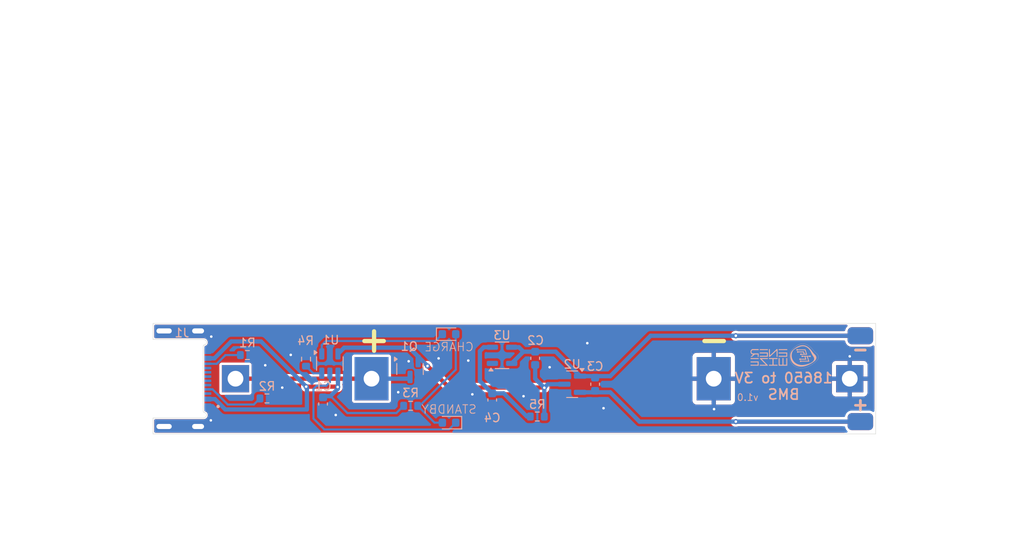
<source format=kicad_pcb>
(kicad_pcb
	(version 20240108)
	(generator "pcbnew")
	(generator_version "8.0")
	(general
		(thickness 1.6)
		(legacy_teardrops no)
	)
	(paper "A5")
	(title_block
		(title "18650 to 3V BMS")
		(date "2024-11-19")
		(rev "1.0")
		(company "Enerwize SAS")
		(comment 4 "AISLER Project ID: FQYANHIX")
	)
	(layers
		(0 "F.Cu" signal)
		(31 "B.Cu" signal)
		(32 "B.Adhes" user "B.Adhesive")
		(33 "F.Adhes" user "F.Adhesive")
		(34 "B.Paste" user)
		(35 "F.Paste" user)
		(36 "B.SilkS" user "B.Silkscreen")
		(37 "F.SilkS" user "F.Silkscreen")
		(38 "B.Mask" user)
		(39 "F.Mask" user)
		(40 "Dwgs.User" user "User.Drawings")
		(41 "Cmts.User" user "User.Comments")
		(42 "Eco1.User" user "User.Eco1")
		(43 "Eco2.User" user "User.Eco2")
		(44 "Edge.Cuts" user)
		(45 "Margin" user)
		(46 "B.CrtYd" user "B.Courtyard")
		(47 "F.CrtYd" user "F.Courtyard")
		(48 "B.Fab" user)
		(49 "F.Fab" user)
		(50 "User.1" user)
		(51 "User.2" user)
		(52 "User.3" user)
		(53 "User.4" user)
		(54 "User.5" user)
		(55 "User.6" user)
		(56 "User.7" user)
		(57 "User.8" user)
		(58 "User.9" user)
	)
	(setup
		(pad_to_mask_clearance 0)
		(allow_soldermask_bridges_in_footprints no)
		(aux_axis_origin 60.99 58.88)
		(grid_origin 60.99 58.88)
		(pcbplotparams
			(layerselection 0x00010fc_ffffffff)
			(plot_on_all_layers_selection 0x0000000_00000000)
			(disableapertmacros no)
			(usegerberextensions no)
			(usegerberattributes yes)
			(usegerberadvancedattributes yes)
			(creategerberjobfile yes)
			(dashed_line_dash_ratio 12.000000)
			(dashed_line_gap_ratio 3.000000)
			(svgprecision 4)
			(plotframeref no)
			(viasonmask no)
			(mode 1)
			(useauxorigin no)
			(hpglpennumber 1)
			(hpglpenspeed 20)
			(hpglpendiameter 15.000000)
			(pdf_front_fp_property_popups yes)
			(pdf_back_fp_property_popups yes)
			(dxfpolygonmode yes)
			(dxfimperialunits yes)
			(dxfusepcbnewfont yes)
			(psnegative no)
			(psa4output no)
			(plotreference yes)
			(plotvalue yes)
			(plotfptext yes)
			(plotinvisibletext no)
			(sketchpadsonfab no)
			(subtractmaskfromsilk no)
			(outputformat 1)
			(mirror no)
			(drillshape 1)
			(scaleselection 1)
			(outputdirectory "")
		)
	)
	(net 0 "")
	(net 1 "GND")
	(net 2 "Net-(U1-V_{CC})")
	(net 3 "Net-(D1-A)")
	(net 4 "Net-(D1-K)")
	(net 5 "Net-(D2-K)")
	(net 6 "Net-(J1-CC1)")
	(net 7 "Net-(J1-CC2)")
	(net 8 "Net-(J2-Pin_1)")
	(net 9 "Net-(U1-PROG)")
	(net 10 "unconnected-(J1-D+-PadB6)")
	(net 11 "unconnected-(J1-D--PadA7)")
	(net 12 "unconnected-(J1-D+-PadA6)")
	(net 13 "unconnected-(J1-D--PadB7)")
	(net 14 "unconnected-(J1-SBU1-PadA8)")
	(net 15 "unconnected-(J1-SBU2-PadB8)")
	(net 16 "Net-(J4-Pin_1)")
	(net 17 "Net-(U3-VDD)")
	(net 18 "unconnected-(U3-NC-Pad1)")
	(net 19 "Net-(J5-Pin_1)")
	(net 20 "Net-(Q1-S)")
	(footprint "Enerwize:MYOUNG MY-18650-02" (layer "F.Cu") (at 70.69 65.38))
	(footprint "Enerwize:MYOUNG MY-18650-02" (layer "F.Cu") (at 142.94 65.38 180))
	(footprint "Connector_Wire:SolderWirePad_1x01_SMD_1x2mm" (layer "F.Cu") (at 144.19 60.33 90))
	(footprint "Connector_Wire:SolderWirePad_1x01_SMD_1x2mm" (layer "F.Cu") (at 144.19 70.43 90))
	(footprint "Capacitor_SMD:C_0603_1608Metric" (layer "B.Cu") (at 80.99 68.35 -90))
	(footprint "Resistor_SMD:R_0603_1608Metric" (layer "B.Cu") (at 106.19 69.83 180))
	(footprint "Capacitor_SMD:C_0603_1608Metric" (layer "B.Cu") (at 105.94 62.98 90))
	(footprint "Resistor_SMD:R_0603_1608Metric" (layer "B.Cu") (at 91.29 68.57))
	(footprint "Resistor_SMD:R_0603_1608Metric" (layer "B.Cu") (at 72.09 62.6 180))
	(footprint "Package_TO_SOT_SMD:SOT-23" (layer "B.Cu") (at 110.29 66.03 180))
	(footprint "LED_SMD:LED_0603_1608Metric" (layer "B.Cu") (at 95.81 70.55 180))
	(footprint "Capacitor_SMD:C_0603_1608Metric" (layer "B.Cu") (at 100.89 67.88 -90))
	(footprint "Package_TO_SOT_SMD:SOT-23" (layer "B.Cu") (at 91.22 64.24 -90))
	(footprint "Connector_Wire:SolderWirePad_1x01_SMD_1x2mm" (layer "B.Cu") (at 144.19 60.33 -90))
	(footprint "Capacitor_SMD:C_0603_1608Metric" (layer "B.Cu") (at 112.99 66.03 90))
	(footprint "Enerwize:DEALON USB-TYPE-C-016" (layer "B.Cu") (at 62.29 65.38 90))
	(footprint "Package_TO_SOT_SMD:TSOT-23-6" (layer "B.Cu") (at 81.79 63.6 -90))
	(footprint "LED_SMD:LED_0603_1608Metric" (layer "B.Cu") (at 95.81 60.14))
	(footprint "Package_TO_SOT_SMD:SOT-23-5" (layer "B.Cu") (at 102.04 62.63))
	(footprint "Connector_Wire:SolderWirePad_1x01_SMD_1x2mm" (layer "B.Cu") (at 144.19 70.43 -90))
	(footprint "Resistor_SMD:R_0603_1608Metric" (layer "B.Cu") (at 74.39 67.7 180))
	(footprint "Resistor_SMD:R_0603_1608Metric" (layer "B.Cu") (at 78.99 63.08 90))
	(gr_poly
		(pts
			(xy 135.476869 63.739968) (xy 135.140969 63.739968) (xy 135.140969 62.956201) (xy 135.027859 62.956201)
			(xy 135.027859 63.739968) (xy 134.693102 63.739968) (xy 134.693102 62.956201) (xy 134.579992 62.956201)
			(xy 134.579992 63.851935) (xy 135.588835 63.851935) (xy 135.588835 62.956201) (xy 135.476869 62.956201)
		)
		(stroke
			(width -0.000001)
			(type solid)
		)
		(fill solid)
		(layer "B.SilkS")
		(uuid "2e5a59d2-10f8-40c4-b62b-fb82a0b2288f")
	)
	(gr_poly
		(pts
			(xy 137.377446 61.254842) (xy 137.348883 61.25617) (xy 137.329461 61.257859) (xy 137.310038 61.259549)
			(xy 137.294614 61.261306) (xy 137.27919 61.263063) (xy 137.256361 61.266452) (xy 137.233533 61.269841)
			(xy 137.214659 61.273317) (xy 137.195786 61.276794) (xy 137.177506 61.280809) (xy 137.159225 61.284825)
			(xy 137.13866 61.289948) (xy 137.118095 61.295072) (xy 137.098101 61.300767) (xy 137.078107 61.306461)
			(xy 137.054685 61.313958) (xy 137.031264 61.321456) (xy 137.010698 61.328871) (xy 136.990133 61.336287)
			(xy 136.968937 61.344618) (xy 136.947741 61.352949) (xy 136.928377 61.36122) (xy 136.909014 61.36949)
			(xy 136.885634 61.380297) (xy 136.862254 61.391105) (xy 136.835363 61.404658) (xy 136.808472 61.41821)
			(xy 136.786193 61.430389) (xy 136.763914 61.442568) (xy 136.742206 61.455175) (xy 136.720498 61.467782)
			(xy 136.694792 61.483784) (xy 136.669085 61.499785) (xy 136.640204 61.519031) (xy 136.611324 61.538276)
			(xy 136.562831 61.572934) (xy 136.537124 61.592376) (xy 136.511418 61.611817) (xy 136.492566 61.626814)
			(xy 136.473715 61.641812) (xy 136.449151 61.662277) (xy 136.424586 61.682741) (xy 136.397737 61.706298)
			(xy 136.370888 61.729855) (xy 136.351465 61.747342) (xy 136.332043 61.764827) (xy 136.302909 61.791751)
			(xy 136.273775 61.818676) (xy 136.22516 61.867286) (xy 136.176545 61.915896) (xy 136.156676 61.937604)
			(xy 136.136806 61.959312) (xy 136.121301 61.977021) (xy 136.105796 61.99473) (xy 136.091455 62.011868)
			(xy 136.077114 62.029006) (xy 136.063776 62.045812) (xy 136.050438 62.062618) (xy 136.034077 62.084657)
			(xy 136.017717 62.106697) (xy 136.007353 62.12155) (xy 135.996988 62.136402) (xy 135.985048 62.154683)
			(xy 135.973107 62.172963) (xy 135.961098 62.192957) (xy 135.949089 62.21295) (xy 135.9396 62.230088)
			(xy 135.93011 62.247226) (xy 135.918501 62.270681) (xy 135.906892 62.294135) (xy 135.89816 62.314668)
			(xy 135.889428 62.335201) (xy 135.88193 62.355583) (xy 135.874431 62.375965) (xy 135.868173 62.395829)
			(xy 135.861915 62.415694) (xy 135.856244 62.436887) (xy 135.850574 62.458081) (xy 135.845999 62.478901)
			(xy 135.841425 62.499723) (xy 135.838034 62.518574) (xy 135.834643 62.537426) (xy 135.828885 62.577413)
			(xy 135.827139 62.593409) (xy 135.825393 62.609404) (xy 135.823689 62.630541) (xy 135.821985 62.651677)
			(xy 135.820668 62.685382) (xy 135.819351 62.719086) (xy 135.820088 62.749363) (xy 135.820825 62.779639)
			(xy 135.821966 62.800205) (xy 135.823108 62.82077) (xy 135.824836 62.841335) (xy 135.826565 62.8619)
			(xy 135.829327 62.885972) (xy 135.832089 62.910044) (xy 135.83613 62.936814) (xy 135.840171 62.963584)
			(xy 135.844798 62.988148) (xy 135.849425 63.012713) (xy 135.854551 63.036134) (xy 135.859678 63.059555)
			(xy 135.867007 63.088118) (xy 135.874336 63.116681) (xy 135.881775 63.141817) (xy 135.889215 63.166952)
			(xy 135.89738 63.191517) (xy 135.905544 63.21608) (xy 135.916191 63.244643) (xy 135.926838 63.273207)
			(xy 135.934411 63.291376) (xy 135.941983 63.309545) (xy 135.950596 63.329079) (xy 135.959209 63.348613)
			(xy 135.974429 63.379462) (xy 135.989649 63.410309) (xy 136.001889 63.432588) (xy 136.014129 63.454868)
			(xy 136.028515 63.47886) (xy 136.042902 63.502853) (xy 136.063087 63.533129) (xy 136.083271 63.563406)
			(xy 136.10378 63.590827) (xy 136.124289 63.618247) (xy 136.139732 63.637099) (xy 136.155175 63.65595)
			(xy 136.169168 63.671945) (xy 136.183161 63.687941) (xy 136.205046 63.711268) (xy 136.226931 63.734595)
			(xy 136.250353 63.756877) (xy 136.273774 63.779158) (xy 136.314905 63.815172) (xy 136.329758 63.827326)
			(xy 136.34461 63.839479) (xy 136.360606 63.851828) (xy 136.376601 63.864177) (xy 136.392596 63.875827)
			(xy 136.408591 63.887478) (xy 136.435441 63.905492) (xy 136.46229 63.923506) (xy 136.48057 63.934743)
			(xy 136.49885 63.94598) (xy 136.521129 63.958735) (xy 136.543409 63.971491) (xy 136.566544 63.983625)
			(xy 136.589681 63.995761) (xy 136.613501 64.007138) (xy 136.637322 64.018515) (xy 136.659554 64.028225)
			(xy 136.681786 64.037935) (xy 136.706284 64.047637) (xy 136.730782 64.057338) (xy 136.756488 64.066482)
			(xy 136.782195 64.075627) (xy 136.80276 64.082103) (xy 136.823326 64.08858) (xy 136.844462 64.09464)
			(xy 136.865599 64.100699) (xy 136.888449 64.106487) (xy 136.911299 64.112274) (xy 136.929008 64.116266)
			(xy 136.946717 64.120259) (xy 136.967282 64.124363) (xy 136.987848 64.128467) (xy 137.015268 64.132975)
			(xy 137.042689 64.137483) (xy 137.063825 64.14031) (xy 137.084962 64.143137) (xy 137.10667 64.145417)
			(xy 137.128378 64.147698) (xy 137.151799 64.149448) (xy 137.175221 64.151199) (xy 137.198524 64.152353)
			(xy 137.221828 64.153506) (xy 137.273931 64.153348) (xy 137.326033 64.153112) (xy 137.332317 64.152771)
			(xy 137.338601 64.152431) (xy 137.36088 64.151202) (xy 137.383159 64.149974) (xy 137.402582 64.148294)
			(xy 137.422005 64.146614) (xy 137.443141 64.144293) (xy 137.464278 64.141972) (xy 137.505409 64.136271)
			(xy 137.553394 64.128283) (xy 137.579672 64.12312) (xy 137.60595 64.117957) (xy 137.651651 64.107714)
			(xy 137.681356 64.100225) (xy 137.711062 64.092737) (xy 137.738482 64.084938) (xy 137.765903 64.077139)
			(xy 137.789896 64.069691) (xy 137.813889 64.062243) (xy 137.843023 64.052348) (xy 137.872157 64.042453)
			(xy 137.900149 64.032154) (xy 137.92814 64.021856) (xy 137.95956 64.009293) (xy 137.990979 63.99673)
			(xy 138.018399 63.984985) (xy 138.04582 63.973241) (xy 138.070384 63.962104) (xy 138.094948 63.950967)
			(xy 138.131343 63.933469) (xy 138.167737 63.915971) (xy 138.203001 63.897642) (xy 138.238265 63.879313)
			(xy 138.26372 63.86546) (xy 138.289176 63.851606) (xy 138.31831 63.834999) (xy 138.347444 63.818393)
			(xy 138.37715 63.800681) (xy 138.406855 63.782971) (xy 138.436561 63.764503) (xy 138.466266 63.746033)
			(xy 138.492544 63.729089) (xy 138.518822 63.712145) (xy 138.544529 63.694989) (xy 138.570235 63.677834)
			(xy 138.595942 63.660141) (xy 138.621648 63.642448) (xy 138.649069 63.622988) (xy 138.676489 63.603529)
			(xy 138.698149 63.587572) (xy 138.71981 63.571616) (xy 138.739851 63.556166) (xy 138.759893 63.540716)
			(xy 138.783315 63.521878) (xy 138.806736 63.503041) (xy 138.827873 63.485111) (xy 138.84901 63.467182)
			(xy 138.858903 63.458169) (xy 138.868796 63.449156) (xy 138.90289 63.417191) (xy 138.936983 63.385226)
			(xy 138.962119 63.361784) (xy 138.987254 63.338341) (xy 139.021367 63.304632) (xy 139.055479 63.270923)
			(xy 139.073601 63.251409) (xy 139.091723 63.231895) (xy 139.106897 63.214185) (xy 139.122071 63.196476)
			(xy 139.135332 63.17943) (xy 139.148593 63.162384) (xy 139.15858 63.148103) (xy 139.168567 63.133822)
			(xy 139.177474 63.119485) (xy 139.186381 63.105148) (xy 139.193423 63.092064) (xy 139.200464 63.078981)
			(xy 139.208839 63.061229) (xy 139.217213 63.043477) (xy 139.225218 63.023466) (xy 139.233222 63.003455)
			(xy 139.239718 62.98352) (xy 139.246215 62.963587) (xy 139.25605 62.924741) (xy 139.259024 62.908174)
			(xy 139.261998 62.891607) (xy 139.263682 62.878468) (xy 139.265365 62.865329) (xy 139.266686 62.844192)
			(xy 139.268007 62.823056) (xy 139.267269 62.805918) (xy 139.266583 62.789994) (xy 139.249877 62.789994)
			(xy 139.249864 62.819127) (xy 139.24985 62.848262) (xy 139.247924 62.86568) (xy 139.245997 62.883099)
			(xy 139.24372 62.896529) (xy 139.241443 62.909958) (xy 139.238485 62.923668) (xy 139.235527 62.937378)
			(xy 139.229435 62.958515) (xy 139.223343 62.979652) (xy 139.218815 62.992219) (xy 139.214287 63.004787)
			(xy 139.208558 63.019068) (xy 139.202829 63.03335) (xy 139.19637 63.047631) (xy 139.189911 63.061912)
			(xy 139.181846 63.07728) (xy 139.173782 63.092646) (xy 139.164653 63.107556) (xy 139.155525 63.122466)
			(xy 139.148022 63.13332) (xy 139.140518 63.144174) (xy 139.127954 63.160741) (xy 139.11539 63.177307)
			(xy 139.104476 63.190446) (xy 139.093561 63.203585) (xy 139.079825 63.218995) (xy 139.066088 63.234405)
			(xy 139.04438 63.257174) (xy 139.022672 63.279945) (xy 138.992958 63.308602) (xy 138.963244 63.33726)
			(xy 138.921551 63.376048) (xy 138.879857 63.414837) (xy 138.861577 63.432116) (xy 138.843297 63.449396)
			(xy 138.823303 63.466452) (xy 138.803309 63.483508) (xy 138.782172 63.500721) (xy 138.761035 63.517934)
			(xy 138.74047 63.533919) (xy 138.719905 63.549903) (xy 138.701625 63.563638) (xy 138.683344 63.577374)
			(xy 138.651354 63.600215) (xy 138.619363 63.623056) (xy 138.596513 63.638908) (xy 138.573663 63.654761)
			(xy 138.541101 63.676578) (xy 138.508539 63.698395) (xy 138.483975 63.714239) (xy 138.459411 63.730085)
			(xy 138.429705 63.748559) (xy 138.4 63.767034) (xy 138.370294 63.784771) (xy 138.340589 63.802508)
			(xy 138.316596 63.816225) (xy 138.292603 63.829943) (xy 138.264612 63.845351) (xy 138.23662 63.860759)
			(xy 138.208986 63.87526) (xy 138.181351 63.889762) (xy 138.141006 63.909599) (xy 138.10066 63.929436)
			(xy 138.072669 63.942249) (xy 138.044677 63.955062) (xy 138.013258 63.968529) (xy 137.981838 63.981996)
			(xy 137.956132 63.992263) (xy 137.930425 64.00253) (xy 137.90529 64.011956) (xy 137.880154 64.021383)
			(xy 137.853305 64.030782) (xy 137.826456 64.040181) (xy 137.799036 64.04885) (xy 137.771615 64.057519)
			(xy 137.749907 64.063914) (xy 137.7282 64.070307) (xy 137.700779 64.077606) (xy 137.673359 64.084904)
			(xy 137.649234 64.090627) (xy 137.62511 64.096351) (xy 137.600677 64.101496) (xy 137.576245 64.106641)
			(xy 137.551109 64.111189) (xy 137.525974 64.115736) (xy 137.499125 64.119777) (xy 137.472276 64.123819)
			(xy 137.441428 64.127227) (xy 137.41058 64.130636) (xy 137.386587 64.132454) (xy 137.362594 64.134272)
			(xy 137.344314 64.135257) (xy 137.326033 64.136242) (xy 137.259767 64.135902) (xy 137.259767 64.135859)
			(xy 137.193501 64.135518) (xy 137.167795 64.133646) (xy 137.142088 64.131774) (xy 137.114667 64.129004)
			(xy 137.087247 64.126228) (xy 137.043831 64.120399) (xy 137.022695 64.116972) (xy 137.001558 64.113544)
			(xy 136.980421 64.109494) (xy 136.959285 64.105445) (xy 136.938719 64.100887) (xy 136.918154 64.096328)
			(xy 136.895415 64.090625) (xy 136.872676 64.084921) (xy 136.846858 64.077492) (xy 136.82104 64.070062)
			(xy 136.796476 64.061975) (xy 136.771912 64.053888) (xy 136.753061 64.047108) (xy 136.734209 64.040328)
			(xy 136.709645 64.030577) (xy 136.685081 64.020827) (xy 136.660517 64.009974) (xy 136.635952 63.999121)
			(xy 136.605104 63.983914) (xy 136.574257 63.968707) (xy 136.529698 63.944229) (xy 136.503992 63.928797)
			(xy 136.478285 63.913364) (xy 136.455258 63.8982) (xy 136.43223 63.883035) (xy 136.409645 63.866831)
			(xy 136.387059 63.850627) (xy 136.370405 63.837654) (xy 136.353751 63.824682) (xy 136.339019 63.812629)
			(xy 136.324287 63.800575) (xy 136.308171 63.786459) (xy 136.292054 63.772343) (xy 136.274917 63.756327)
			(xy 136.257779 63.740311) (xy 136.232636 63.714729) (xy 136.207494 63.689146) (xy 136.190777 63.670295)
			(xy 136.174061 63.651444) (xy 136.16212 63.637162) (xy 136.150178 63.622881) (xy 136.137132 63.606314)
			(xy 136.124086 63.589747) (xy 136.109837 63.570325) (xy 136.095588 63.550902) (xy 136.077252 63.523481)
			(xy 136.058915 63.496061) (xy 136.044535 63.472068) (xy 136.030155 63.448075) (xy 136.019633 63.429223)
			(xy 136.00911 63.410372) (xy 135.992859 63.37781) (xy 135.976607 63.345249) (xy 135.969402 63.329253)
			(xy 135.962196 63.313258) (xy 135.952184 63.289265) (xy 135.942172 63.265273) (xy 135.932982 63.240709)
			(xy 135.923792 63.216144) (xy 135.916352 63.194279) (xy 135.908913 63.172414) (xy 135.900875 63.145722)
			(xy 135.892838 63.119031) (xy 135.887212 63.097889) (xy 135.881587 63.076747) (xy 135.875801 63.052189)
			(xy 135.870015 63.02763) (xy 135.86544 63.004779) (xy 135.860864 62.981929) (xy 135.856878 62.957936)
			(xy 135.852892 62.933943) (xy 135.850543 62.917376) (xy 135.848193 62.90081) (xy 135.845932 62.880816)
			(xy 135.843671 62.860821) (xy 135.841937 62.840256) (xy 135.840203 62.81969) (xy 135.839099 62.800267)
			(xy 135.837995 62.780844) (xy 135.837249 62.749425) (xy 135.836503 62.718006) (xy 135.837803 62.685467)
			(xy 135.839103 62.652928) (xy 135.840789 62.631768) (xy 135.842474 62.610609) (xy 135.844257 62.594614)
			(xy 135.846041 62.578619) (xy 135.849423 62.555499) (xy 135.852804 62.53238) (xy 135.856096 62.51494)
			(xy 135.859388 62.4975) (xy 135.863478 62.47922) (xy 135.867569 62.46094) (xy 135.87336 62.439232)
			(xy 135.879152 62.417524) (xy 135.889258 62.387247) (xy 135.899363 62.35697) (xy 135.906997 62.338119)
			(xy 135.914631 62.319268) (xy 135.922197 62.302701) (xy 135.929763 62.286134) (xy 135.938793 62.268426)
			(xy 135.947824 62.250716) (xy 135.954159 62.239291) (xy 135.960493 62.227866) (xy 135.979961 62.194733)
			(xy 135.993048 62.174168) (xy 136.006135 62.153602) (xy 136.02047 62.133037) (xy 136.034805 62.112472)
			(xy 136.046161 62.097145) (xy 136.057516 62.081819) (xy 136.071943 62.063441) (xy 136.08637 62.045063)
			(xy 136.103175 62.024872) (xy 136.119979 62.004682) (xy 136.137465 61.984892) (xy 136.154951 61.965104)
			(xy 136.16976 61.9491) (xy 136.184569 61.933096) (xy 136.209748 61.906949) (xy 136.234927 61.880801)
			(xy 136.264061 61.852677) (xy 136.293196 61.824553) (xy 136.311763 61.807206) (xy 136.330331 61.789859)
			(xy 136.358035 61.76484) (xy 136.38574 61.739822) (xy 136.410304 61.718313) (xy 136.434868 61.696804)
			(xy 136.461146 61.674897) (xy 136.487424 61.652991) (xy 136.506846 61.637574) (xy 136.526269 61.622157)
			(xy 136.54988 61.604352) (xy 136.573492 61.586547) (xy 136.597866 61.569153) (xy 136.622241 61.551769)
			(xy 136.650952 61.532644) (xy 136.679663 61.513519) (xy 136.70351 61.498694) (xy 136.727358 61.483868)
			(xy 136.748491 61.47155) (xy 136.769625 61.459232) (xy 136.793618 61.446075) (xy 136.817611 61.432919)
			(xy 136.8536 61.415048) (xy 136.88959 61.397177) (xy 136.91701 61.385079) (xy 136.944431 61.372981)
			(xy 136.96214 61.365847) (xy 136.979849 61.358712) (xy 137.000414 61.351002) (xy 137.020979 61.343292)
			(xy 137.050685 61.333524) (xy 137.08039 61.323755) (xy 137.10045 61.317994) (xy 137.12051 61.312233)
			(xy 137.145592 61.306013) (xy 137.170673 61.299792) (xy 137.193511 61.295065) (xy 137.21635 61.290339)
			(xy 137.239772 61.286471) (xy 137.263193 61.282604) (xy 137.286615 61.279681) (xy 137.310036 61.276758)
			(xy 137.33003 61.275066) (xy 137.350024 61.273375) (xy 137.378016 61.272044) (xy 137.406008 61.270714)
			(xy 137.440855 61.271409) (xy 137.475701 61.272103) (xy 137.499123 61.273873) (xy 137.522545 61.275642)
			(xy 137.547109 61.278534) (xy 137.571673 61.281427) (xy 137.597951 61.285873) (xy 137.624229 61.290321)
			(xy 137.642754 61.294356) (xy 137.66128 61.298392) (xy 137.679886 61.303052) (xy 137.698492 61.307713)
			(xy 137.710489 61.311147) (xy 137.722485 61.314582) (xy 137.74305 61.320926) (xy 137.763616 61.327271)
			(xy 137.785895 61.335262) (xy 137.808174 61.343254) (xy 137.828168 61.351225) (xy 137.848162 61.359196)
			(xy 137.872726 61.37008) (xy 137.89729 61.380965) (xy 137.929852 61.39733) (xy 137.962414 61.413695)
			(xy 137.981265 61.424197) (xy 138.000117 61.434699) (xy 138.025298 61.449807) (xy 138.050478 61.464915)
			(xy 138.068713 61.476787) (xy 138.086948 61.488658) (xy 138.105229 61.501133) (xy 138.123509 61.513608)
			(xy 138.145408 61.529524) (xy 138.167306 61.545439) (xy 138.189394 61.562612) (xy 138.211483 61.579784)
			(xy 138.226907 61.592447) (xy 138.242331 61.60511) (xy 138.26148 61.621518) (xy 138.28063 61.637927)
			(xy 138.299755 61.655128) (xy 138.31888 61.672328) (xy 138.348441 61.700461) (xy 138.378003 61.728595)
			(xy 138.405567 61.757186) (xy 138.433131 61.785778) (xy 138.447413 61.801192) (xy 138.461694 61.816606)
			(xy 138.479495 61.836582) (xy 138.497296 61.856557) (xy 138.542861 61.909684) (xy 138.588426 61.962811)
			(xy 138.611271 61.989089) (xy 138.634116 62.015367) (xy 138.665124 62.050213) (xy 138.696133 62.08506)
			(xy 138.711331 62.101627) (xy 138.726529 62.118194) (xy 138.751155 62.144471) (xy 138.77578 62.170749)
			(xy 138.818678 62.213615) (xy 138.861576 62.256481) (xy 138.884997 62.278218) (xy 138.908419 62.299953)
			(xy 138.925557 62.315346) (xy 138.942694 62.33074) (xy 138.967259 62.351852) (xy 138.991823 62.372964)
			(xy 139.002677 62.382548) (xy 139.01353 62.392133) (xy 139.03652 62.413693) (xy 139.05951 62.435253)
			(xy 139.076535 62.453243) (xy 139.09356 62.471231) (xy 139.102777 62.481514) (xy 139.111995 62.491796)
			(xy 139.123356 62.505531) (xy 139.134717 62.519266) (xy 139.146332 62.534808) (xy 139.157946 62.550349)
			(xy 139.169855 62.568487) (xy 139.181763 62.586625) (xy 139.189191 62.599764) (xy 139.196618 62.612903)
			(xy 139.203476 62.626613) (xy 139.210334 62.640324) (xy 139.215201 62.651749) (xy 139.220068 62.663174)
			(xy 139.224545 62.67517) (xy 139.229022 62.687167) (xy 139.234002 62.704305) (xy 139.238982 62.721442)
			(xy 139.242445 62.739151) (xy 139.245908 62.75686) (xy 139.247893 62.773427) (xy 139.249877 62.789994)
			(xy 139.266583 62.789994) (xy 139.266531 62.78878) (xy 139.265335 62.776212) (xy 139.26414 62.763645)
			(xy 139.261409 62.74739) (xy 139.258679 62.731134) (xy 139.25462 62.714998) (xy 139.250561 62.698863)
			(xy 139.24586 62.684411) (xy 139.241159 62.669959) (xy 139.235092 62.65494) (xy 139.229024 62.639921)
			(xy 139.2222 62.625549) (xy 139.215377 62.611177) (xy 139.206497 62.595438) (xy 139.197618 62.5797)
			(xy 139.189699 62.567133) (xy 139.18178 62.554565) (xy 139.175418 62.545425) (xy 139.169056 62.536285)
			(xy 139.15651 62.519718) (xy 139.143964 62.503151) (xy 139.133029 62.49008) (xy 139.122094 62.477008)
			(xy 139.111332 62.464944) (xy 139.10057 62.452881) (xy 139.071904 62.424284) (xy 139.043237 62.395687)
			(xy 139.026099 62.380277) (xy 139.008962 62.364867) (xy 138.984398 62.343767) (xy 138.959834 62.322667)
			(xy 138.94441 62.308958) (xy 138.928986 62.295249) (xy 138.906779 62.274693) (xy 138.884573 62.254138)
			(xy 138.857651 62.228033) (xy 138.830729 62.201928) (xy 138.801697 62.172022) (xy 138.772665 62.142116)
			(xy 138.745577 62.112981) (xy 138.718488 62.083847) (xy 138.696093 62.05896) (xy 138.673697 62.034072)
			(xy 138.642456 61.998406) (xy 138.611214 61.96274) (xy 138.558245 61.901044) (xy 138.505275 61.839348)
			(xy 138.486744 61.818702) (xy 138.468212 61.798057) (xy 138.450694 61.779286) (xy 138.433175 61.760514)
			(xy 138.408018 61.734954) (xy 138.382862 61.709393) (xy 138.360012 61.687529) (xy 138.337161 61.665666)
			(xy 138.317244 61.64755) (xy 138.297328 61.629434) (xy 138.272686 61.608273) (xy 138.248045 61.587113)
			(xy 138.223481 61.567463) (xy 138.198917 61.547814) (xy 138.180065 61.53361) (xy 138.161213 61.519405)
			(xy 138.143504 61.506726) (xy 138.125795 61.494048) (xy 138.106373 61.480885) (xy 138.08695 61.467723)
			(xy 138.068098 61.455816) (xy 138.049247 61.443908) (xy 138.030813 61.432845) (xy 138.01238 61.421781)
			(xy 137.989683 61.409159) (xy 137.966985 61.396537) (xy 137.942421 61.384125) (xy 137.917857 61.371712)
			(xy 137.882439 61.355296) (xy 137.86016 61.345832) (xy 137.837881 61.336369) (xy 137.818251 61.328836)
			(xy 137.798622 61.321303) (xy 137.77655 61.313765) (xy 137.754477 61.306226) (xy 137.732198 61.299562)
			(xy 137.709919 61.292898) (xy 137.687069 61.287133) (xy 137.664218 61.281368) (xy 137.644819 61.277224)
			(xy 137.62542 61.273081) (xy 137.602546 61.26919) (xy 137.579672 61.2653) (xy 137.561963 61.263007)
			(xy 137.544254 61.260714) (xy 137.526545 61.258974) (xy 137.508836 61.257235) (xy 137.492269 61.256075)
			(xy 137.475703 61.254914) (xy 137.406009 61.253514)
		)
		(stroke
			(width -0.000001)
			(type solid)
		)
		(fill solid)
		(layer "B.SilkS")
		(uuid "363a5066-e92f-45ba-9ea5-b24185a77ff9")
	)
	(gr_poly
		(pts
			(xy 133.950759 62.268039) (xy 133.551121 62.6413) (xy 133.550818 62.268039) (xy 133.550514 61.894779)
			(xy 133.495961 61.895083) (xy 133.441407 61.895387) (xy 133.441104 62.352679) (xy 133.4408 62.809972)
			(xy 133.490787 62.809938) (xy 133.540774 62.809904) (xy 133.940084 62.43687) (xy 134.339393 62.063837)
			(xy 134.339697 62.436918) (xy 134.34 62.81) (xy 134.394841 62.81) (xy 134.394907 62.80997) (xy 134.449748 62.80997)
			(xy 134.449444 62.352677) (xy 134.44914 61.895384) (xy 134.399769 61.895081) (xy 134.350397 61.894777)
		)
		(stroke
			(width -0.000001)
			(type solid)
		)
		(fill solid)
		(layer "B.SilkS")
		(uuid "4f8cac79-4f4a-4220-a644-5d84a4d46136")
	)
	(gr_poly
		(pts
			(xy 136.736784 61.895928) (xy 136.726937 61.897152) (xy 136.718006 61.900047) (xy 136.709074 61.902941)
			(xy 136.701356 61.907504) (xy 136.693637 61.912066) (xy 136.686947 61.917633) (xy 136.680258 61.9232)
			(xy 136.674402 61.931003) (xy 136.668546 61.938805) (xy 136.664588 61.946903) (xy 136.660629 61.955002)
			(xy 136.658102 61.964612) (xy 136.655575 61.974223) (xy 136.655587 61.98679) (xy 136.6556 61.999358)
			(xy 136.657607 62.007181) (xy 136.659615 62.014991) (xy 136.66247 62.022017) (xy 136.665324 62.029041)
			(xy 136.670282 62.036706) (xy 136.675239 62.044369) (xy 136.681984 62.051114) (xy 136.688728 62.057858)
			(xy 136.694052 62.06152) (xy 136.699376 62.065181) (xy 136.707653 62.069102) (xy 136.715929 62.073023)
			(xy 136.725069 62.075408) (xy 136.734209 62.077793) (xy 136.759345 62.077793) (xy 136.768485 62.075439)
			(xy 136.777625 62.073084) (xy 136.787908 62.067974) (xy 136.79819 62.062863) (xy 136.804805 62.057148)
			(xy 136.811419 62.051435) (xy 136.8166 62.045396) (xy 136.82178 62.039358) (xy 136.823656 62.036217)
			(xy 136.825532 62.033077) (xy 137.663106 62.033077) (xy 137.706408 62.171036) (xy 137.749711 62.308995)
			(xy 137.772945 62.383231) (xy 137.79618 62.457468) (xy 137.79618 62.459614) (xy 137.713159 62.458858)
			(xy 137.630139 62.458102) (xy 137.629777 62.457725) (xy 137.629414 62.457347) (xy 137.589531 62.330033)
			(xy 137.549648 62.202717) (xy 137.545461 62.189293) (xy 137.541274 62.175868) (xy 136.896693 62.175868)
			(xy 136.878066 62.158159) (xy 136.871582 62.154326) (xy 136.865096 62.150494) (xy 136.858126 62.147677)
			(xy 136.851156 62.14486) (xy 136.842955 62.143116) (xy 136.834754 62.141372) (xy 136.820473 62.141915)
			(xy 136.806191 62.142458) (xy 136.797051 62.145444) (xy 136.787911 62.148429) (xy 136.779913 62.152912)
			(xy 136.771915 62.157396) (xy 136.765877 62.162585) (xy 136.759838 62.167774) (xy 136.754108 62.174389)
			(xy 136.748378 62.181003) (xy 136.742819 62.192428) (xy 136.737261 62.203854) (xy 136.73527 62.211852)
			(xy 136.733281 62.219849) (xy 136.733331 62.232988) (xy 136.733382 62.246126) (xy 136.735824 62.255267)
			(xy 136.738266 62.264407) (xy 136.742794 62.273547) (xy 136.747323 62.282687) (xy 136.753148 62.289881)
			(xy 136.758973 62.297075) (xy 136.76659 62.303393) (xy 136.774207 62.309712) (xy 136.78449 62.314664)
			(xy 136.794772 62.319616) (xy 136.802251 62.321428) (xy 136.80973 62.323239) (xy 136.818375 62.323971)
			(xy 136.82702 62.3247) (xy 136.836289 62.323344) (xy 136.845557 62.321987) (xy 136.853722 62.319208)
			(xy 136.861886 62.316428) (xy 136.868889 62.31249) (xy 136.875891 62.308551) (xy 136.883398 62.30233)
			(xy 136.890905 62.296109) (xy 136.896395 62.288824) (xy 136.901885 62.281539) (xy 136.903668 62.277825)
			(xy 136.905451 62.274111) (xy 137.187089 62.274414) (xy 137.468727 62.274718) (xy 137.497452 62.366405)
			(xy 137.526177 62.458092) (xy 137.270876 62.458092) (xy 137.270319 62.456641) (xy 137.269763 62.455191)
			(xy 137.263962 62.448248) (xy 137.25816 62.441305) (xy 137.246067 62.431983) (xy 137.239571 62.428075)
			(xy 137.233074 62.424166) (xy 137.224081 62.421194) (xy 137.215087 62.418223) (xy 137.204944 62.416961)
			(xy 137.1948 62.415699) (xy 137.184444 62.416951) (xy 137.174088 62.418202) (xy 137.164727 62.42142)
			(xy 137.155365 62.424639) (xy 137.146716 62.430029) (xy 137.138067 62.43542) (xy 137.130653 62.442725)
			(xy 137.123238 62.450031) (xy 137.118258 62.457773) (xy 137.113277 62.465514) (xy 137.110949 62.470831)
			(xy 137.10862 62.476146) (xy 137.106834 62.482291) (xy 137.105047 62.488436) (xy 137.102859 62.507787)
			(xy 137.103826 62.516362) (xy 137.104792 62.524937) (xy 137.106139 62.530644) (xy 137.107486 62.53635)
			(xy 137.112994 62.547776) (xy 137.118502 62.559201) (xy 137.124194 62.565878) (xy 137.129885 62.572556)
			(xy 137.136563 62.578247) (xy 137.14324 62.583938) (xy 137.154665 62.589481) (xy 137.16609 62.595025)
			(xy 137.174659 62.596755) (xy 137.183228 62.598482) (xy 137.190083 62.598984) (xy 137.190074 62.598961)
			(xy 137.196929 62.599463) (xy 137.205498 62.598462) (xy 137.214067 62.59746) (xy 137.221493 62.595072)
			(xy 137.228919 62.592684) (xy 137.237551 62.588201) (xy 137.246183 62.58372) (xy 137.252798 62.578127)
			(xy 137.259412 62.572534) (xy 137.265017 62.565905) (xy 137.270621 62.559277) (xy 137.270621 62.557466)
			(xy 137.93115 62.557466) (xy 137.930553 62.555465) (xy 137.929955 62.553465) (xy 137.852878 62.307824)
			(xy 137.775802 62.062183) (xy 137.756801 62.00163) (xy 137.737801 61.941076) (xy 137.736625 61.937362)
			(xy 137.73545 61.933647) (xy 137.278246 61.933614) (xy 136.821042 61.93358) (xy 136.817043 61.928416)
			(xy 136.813044 61.923253) (xy 136.807332 61.91834) (xy 136.801619 61.913426) (xy 136.795124 61.909278)
			(xy 136.78863 61.90513) (xy 136.782557 61.902714) (xy 136.776483 61.900299) (xy 136.771342 61.89871)
			(xy 136.766201 61.897121) (xy 136.756416 61.895914) (xy 136.746632 61.894706)
		)
		(stroke
			(width -0.000001)
			(type solid)
		)
		(fill solid)
		(layer "B.SilkS")
		(uuid "5765faa1-81c6-4eb3-8e52-3b93e960307f")
	)
	(gr_poly
		(pts
			(xy 132.357795 63.012755) (xy 132.721401 63.376363) (xy 133.085006 63.739969) (xy 132.357795 63.739969)
			(xy 132.357795 63.851936) (xy 132.834225 63.851935) (xy 133.310655 63.851935) (xy 133.310655 63.796522)
			(xy 132.947335 63.433203) (xy 132.584014 63.069884) (xy 132.584014 63.068169) (xy 133.310655 63.068169)
			(xy 133.310655 62.956202) (xy 132.357795 62.956202)
		)
		(stroke
			(width -0.000001)
			(type solid)
		)
		(fill solid)
		(layer "B.SilkS")
		(uuid "77ffd681-1330-4b54-a72d-e3bc9b36afe3")
	)
	(gr_poly
		(pts
			(xy 132.357782 62.017072) (xy 132.83369 62.017102) (xy 133.309584 62.017102) (xy 133.310131 62.015675)
			(xy 133.310678 62.014248) (xy 133.310374 61.959408) (xy 133.31007 61.904567) (xy 132.833926 61.904263)
			(xy 132.357782 61.90396)
		)
		(stroke
			(width -0.000001)
			(type solid)
		)
		(fill solid)
		(layer "B.SilkS")
		(uuid "a26c218d-b829-4505-8427-9bd8301b2147")
	)
	(gr_poly
		(pts
			(xy 132.357774 62.408936) (xy 133.197525 62.408936) (xy 133.197525 62.68771) (xy 132.357774 62.68771)
			(xy 132.357774 62.80082) (xy 132.83369 62.80085) (xy 133.309584 62.80085) (xy 133.310127 62.799423)
			(xy 133.310671 62.797996) (xy 133.310367 62.547214) (xy 133.310063 62.296431) (xy 132.833919 62.296128)
			(xy 132.357774 62.295824)
		)
		(stroke
			(width -0.000001)
			(type solid)
		)
		(fill solid)
		(layer "B.SilkS")
		(uuid "a97c5704-b6df-4f05-b7e6-0aaa5c3f40bc")
	)
	(gr_poly
		(pts
			(xy 131.871362 61.89513) (xy 131.516324 61.895471) (xy 131.504328 61.897495) (xy 131.492332 61.899518)
			(xy 131.47921 61.90298) (xy 131.466089 61.906441) (xy 131.456052 61.910317) (xy 131.446017 61.914193)
			(xy 131.433395 61.920649) (xy 131.420774 61.927105) (xy 131.408068 61.935593) (xy 131.395363 61.944082)
			(xy 131.385578 61.952306) (xy 131.375794 61.960529) (xy 131.366257 61.970198) (xy 131.356721 61.979867)
			(xy 131.349302 61.989054) (xy 131.341883 61.99824) (xy 131.330847 62.014808) (xy 131.319811 62.031376)
			(xy 131.312216 62.046227) (xy 131.304623 62.061079) (xy 131.298285 62.077074) (xy 131.291948 62.093069)
			(xy 131.287834 62.106727) (xy 131.28372 62.120385) (xy 131.280397 62.137003) (xy 131.277075 62.153622)
			(xy 131.275307 62.169046) (xy 131.27354 62.18447) (xy 131.27354 62.236212) (xy 131.274727 62.248044)
			(xy 131.275914 62.259876) (xy 131.278218 62.273586) (xy 131.280523 62.287296) (xy 131.283848 62.300435)
			(xy 131.287175 62.313574) (xy 131.291622 62.326713) (xy 131.296069 62.339852) (xy 131.300241 62.349895)
			(xy 131.304413 62.359937) (xy 131.310731 62.372533) (xy 131.317047 62.38513) (xy 131.324521 62.397338)
			(xy 131.331994 62.409546) (xy 131.33847 62.418565) (xy 131.344947 62.427585) (xy 131.355576 62.439971)
			(xy 131.366204 62.452358) (xy 131.376404 62.461503) (xy 131.386603 62.470648) (xy 131.397875 62.479037)
			(xy 131.409147 62.487425) (xy 131.422268 62.495044) (xy 131.43539 62.502664) (xy 131.44558 62.507077)
			(xy 131.455771 62.511491) (xy 131.464865 62.51454) (xy 131.47396 62.517589) (xy 131.482895 62.51987)
			(xy 131.491829 62.52215) (xy 131.514039 62.525786) (xy 131.553829 62.526505) (xy 131.593619 62.527223)
			(xy 131.430804 62.667752) (xy 131.267989 62.808282) (xy 131.267921 62.809139) (xy 131.267854 62.809996)
			(xy 131.353257 62.809984) (xy 131.43866 62.809973) (xy 131.603103 62.668313) (xy 131.767548 62.526651)
			(xy 132.122455 62.526651) (xy 132.122455 62.809995) (xy 132.174422 62.80997) (xy 132.226406 62.80997)
			(xy 132.226406 62.405555) (xy 131.873653 62.405214) (xy 131.520901 62.404873) (xy 131.504732 62.401169)
			(xy 131.495679 62.398143) (xy 131.486625 62.395121) (xy 131.477171 62.390107) (xy 131.467717 62.385094)
			(xy 131.459493 62.379613) (xy 131.451267 62.374132) (xy 131.4388 62.362136) (xy 131.426333 62.350139)
			(xy 131.419871 62.341571) (xy 131.413409 62.333002) (xy 131.409831 62.327289) (xy 131.406252 62.321576)
			(xy 131.399897 62.308586) (xy 131.393542 62.295596) (xy 131.384527 62.267878) (xy 131.382216 62.256452)
			(xy 131.379905 62.245027) (xy 131.378708 62.233196) (xy 131.37751 62.221364) (xy 131.37751 62.20014)
			(xy 131.378708 62.188308) (xy 131.379905 62.176476) (xy 131.382196 62.165052) (xy 131.384487 62.153626)
			(xy 131.389049 62.139916) (xy 131.393611 62.126206) (xy 131.400219 62.112982) (xy 131.406827 62.099758)
			(xy 131.412893 62.090703) (xy 131.418959 62.081647) (xy 131.426238 62.072896) (xy 131.433517 62.064145)
			(xy 131.440073 62.05813) (xy 131.446631 62.052116) (xy 131.455724 62.045356) (xy 131.464818 62.038594)
			(xy 131.478575 62.031878) (xy 131.492332 62.025161) (xy 131.503757 62.021983) (xy 131.515182 62.018809)
			(xy 131.87079 62.018505) (xy 132.226399 62.018202) (xy 132.226399 61.894789)
		)
		(stroke
			(width -0.000001)
			(type solid)
		)
		(fill solid)
		(layer "B.SilkS")
		(uuid "b43d157e-44f2-4e19-b92f-d24e66293787")
	)
	(gr_poly
		(pts
			(xy 137.362596 61.444552) (xy 137.337461 61.445884) (xy 137.318038 61.447617) (xy 137.298615 61.449349)
			(xy 137.276336 61.452166) (xy 137.254057 61.454978) (xy 137.232921 61.45847) (xy 137.211784 61.461961)
			(xy 137.186892 61.467073) (xy 137.162 61.472185) (xy 137.136621 61.478475) (xy 137.111242 61.484766)
			(xy 137.091561 61.490415) (xy 137.07188 61.496065) (xy 137.051573 61.502455) (xy 137.031266 61.508846)
			(xy 137.006131 61.517798) (xy 136.980996 61.526749) (xy 136.942971 61.541605) (xy 136.921424 61.550722)
			(xy 136.899877 61.559839) (xy 136.879883 61.568984) (xy 136.859889 61.578129) (xy 136.838752 61.588311)
			(xy 136.817615 61.598493) (xy 136.793051 61.611439) (xy 136.768487 61.624385) (xy 136.749065 61.635216)
			(xy 136.729642 61.646048) (xy 136.711933 61.656383) (xy 136.694224 61.666717) (xy 136.670231 61.681564)
			(xy 136.646239 61.696412) (xy 136.619961 61.713694) (xy 136.593682 61.730975) (xy 136.570261 61.747412)
			(xy 136.546839 61.763849) (xy 136.523989 61.780428) (xy 136.501139 61.797007) (xy 136.473718 61.817539)
			(xy 136.446298 61.838071) (xy 136.421734 61.857227) (xy 136.39717 61.876383) (xy 136.376033 61.893657)
			(xy 136.354897 61.910931) (xy 136.333188 61.929533) (xy 136.311481 61.948136) (xy 136.29777 61.960469)
			(xy 136.28406 61.972801) (xy 136.2574 61.997974) (xy 136.230739 62.023147) (xy 136.209097 62.045885)
			(xy 136.187455 62.068624) (xy 136.173039 62.084834) (xy 136.158622 62.101044) (xy 136.145296 62.117039)
			(xy 136.131968 62.133034) (xy 136.121631 62.146321) (xy 136.111294 62.159607) (xy 136.10062 62.174312)
			(xy 136.089945 62.189018) (xy 136.077763 62.207299) (xy 136.065581 62.225579) (xy 136.057014 62.23986)
			(xy 136.048448 62.254142) (xy 136.040092 62.269533) (xy 136.031736 62.284924) (xy 136.024382 62.300381)
			(xy 136.017029 62.315837) (xy 136.008741 62.33526) (xy 136.000453 62.354683) (xy 135.992393 62.376962)
			(xy 135.984333 62.399241) (xy 135.978433 62.418664) (xy 135.972533 62.438087) (xy 135.966372 62.462396)
			(xy 135.960211 62.486705) (xy 135.955015 62.51317) (xy 135.94982 62.539635) (xy 135.946439 62.563125)
			(xy 135.943058 62.586615) (xy 135.940784 62.609465) (xy 135.93851 62.632315) (xy 135.937287 62.649453)
			(xy 135.936064 62.666591) (xy 135.935388 62.706578) (xy 135.934712 62.746567) (xy 135.936061 62.775701)
			(xy 135.937409 62.804836) (xy 135.940792 62.845966) (xy 135.94311 62.866531) (xy 135.945429 62.887096)
			(xy 135.948262 62.906518) (xy 135.951096 62.925941) (xy 135.953985 62.942508) (xy 135.956874 62.959074)
			(xy 135.96029 62.976212) (xy 135.963705 62.99335) (xy 135.968873 63.015629) (xy 135.97404 63.037908)
			(xy 135.979687 63.058984) (xy 135.985334 63.080059) (xy 135.996571 63.116742) (xy 136.004473 63.140735)
			(xy 136.010981 63.158974) (xy 136.017488 63.177214) (xy 136.025488 63.19724) (xy 136.033488 63.217266)
			(xy 136.043301 63.239554) (xy 136.053114 63.261842) (xy 136.068129 63.291547) (xy 136.083143 63.321253)
			(xy 136.096324 63.344103) (xy 136.109505 63.366953) (xy 136.119524 63.382949) (xy 136.129543 63.398944)
			(xy 136.142683 63.418367) (xy 136.155823 63.43779) (xy 136.170719 63.457783) (xy 136.185615 63.477778)
			(xy 136.201322 63.4972) (xy 136.217029 63.516623) (xy 136.238035 63.540616) (xy 136.255501 63.559468)
			(xy 136.272968 63.578319) (xy 136.289368 63.594322) (xy 136.305767 63.610327) (xy 136.320089 63.623457)
			(xy 136.334411 63.636587) (xy 136.349795 63.649814) (xy 136.365179 63.663042) (xy 136.382316 63.676768)
			(xy 136.399454 63.690495) (xy 136.417163 63.703599) (xy 136.434872 63.716702) (xy 136.451439 63.728198)
			(xy 136.468005 63.739693) (xy 136.485714 63.751067) (xy 136.503423 63.76244) (xy 136.524559 63.77502)
			(xy 136.545696 63.787601) (xy 136.56569 63.798506) (xy 136.585684 63.809413) (xy 136.605533 63.819334)
			(xy 136.625383 63.829256) (xy 136.641523 63.836738) (xy 136.657663 63.844221) (xy 136.681084 63.854216)
			(xy 136.704506 63.864211) (xy 136.724255 63.871795) (xy 136.744004 63.879379) (xy 136.766528 63.887257)
			(xy 136.789052 63.895135) (xy 136.813616 63.902632) (xy 136.838181 63.910129) (xy 136.861467 63.916442)
			(xy 136.884753 63.922755) (xy 136.912309 63.928994) (xy 136.939865 63.935233) (xy 136.957574 63.938664)
			(xy 136.975283 63.942095) (xy 137.016413 63.948958) (xy 137.037329 63.951882) (xy 137.058245 63.954807)
			(xy 137.085886 63.957607) (xy 137.113527 63.960406) (xy 137.139805 63.962218) (xy 137.166083 63.964029)
			(xy 137.220353 63.964407) (xy 137.22035 63.96439) (xy 137.27462 63.964768) (xy 137.282618 63.964367)
			(xy 137.290615 63.963965) (xy 137.312894 63.962754) (xy 137.335173 63.961543) (xy 137.355739 63.959822)
			(xy 137.376304 63.958102) (xy 137.402011 63.955238) (xy 137.427717 63.952374) (xy 137.45171 63.948966)
			(xy 137.475703 63.945557) (xy 137.502552 63.940981) (xy 137.529401 63.936405) (xy 137.570532 63.928335)
			(xy 137.596239 63.92264) (xy 137.621945 63.916944) (xy 137.651651 63.909507) (xy 137.681356 63.90207)
			(xy 137.703948 63.895816) (xy 137.72654 63.889562) (xy 137.753076 63.881551) (xy 137.779613 63.873541)
			(xy 137.809318 63.863739) (xy 137.839024 63.853936) (xy 137.862445 63.845639) (xy 137.885867 63.837341)
			(xy 137.911573 63.827639) (xy 137.93728 63.817938) (xy 137.966414 63.806227) (xy 137.995548 63.794517)
			(xy 138.026362 63.781414) (xy 138.057174 63.76831) (xy 138.088057 63.754276) (xy 138.11894 63.740241)
			(xy 138.15036 63.725198) (xy 138.181779 63.710154) (xy 138.219482 63.690953) (xy 138.257185 63.671753)
			(xy 138.283463 63.657714) (xy 138.309741 63.643674) (xy 138.340589 63.626561) (xy 138.371437 63.609448)
			(xy 138.398244 63.593999) (xy 138.42505 63.578549) (xy 138.449657 63.563692) (xy 138.474263 63.548834)
			(xy 138.489687 63.539125) (xy 138.505111 63.529415) (xy 138.531389 63.512038) (xy 138.557667 63.494661)
			(xy 138.577661 63.480615) (xy 138.597655 63.466571) (xy 138.614793 63.453244) (xy 138.631931 63.439917)
			(xy 138.673633 63.408079) (xy 138.715335 63.37624) (xy 138.73133 63.363618) (xy 138.747325 63.350995)
			(xy 138.762749 63.338453) (xy 138.778173 63.325911) (xy 138.793597 63.312751) (xy 138.809021 63.299592)
			(xy 138.827301 63.282881) (xy 138.845582 63.266172) (xy 138.864217 63.247003) (xy 138.882852 63.227834)
			(xy 138.897437 63.210364) (xy 138.912022 63.192893) (xy 138.922218 63.178559) (xy 138.932413 63.164225)
			(xy 138.943648 63.145623) (xy 138.954882 63.127022) (xy 138.966606 63.103531) (xy 138.978328 63.08004)
			(xy 138.985237 63.0624) (xy 138.992146 63.044761) (xy 138.99622 63.032193) (xy 138.997708 63.0276)
			(xy 138.75246 63.0276) (xy 138.752452 63.044167) (xy 138.752444 63.060734) (xy 138.75079 63.076157)
			(xy 138.749136 63.091582) (xy 138.747318 63.101293) (xy 138.745499 63.111005) (xy 138.741546 63.126194)
			(xy 138.737592 63.141384) (xy 138.732438 63.155601) (xy 138.727285 63.169819) (xy 138.720646 63.184398)
			(xy 138.714007 63.198978) (xy 138.705703 63.213831) (xy 138.697399 63.228684) (xy 138.688902 63.24164)
			(xy 138.680406 63.254596) (xy 138.67001 63.268363) (xy 138.659614 63.282129) (xy 138.649243 63.294252)
			(xy 138.638872 63.306375) (xy 138.621121 63.324529) (xy 138.60337 63.342683) (xy 138.588517 63.356392)
			(xy 138.573665 63.370101) (xy 138.557098 63.383964) (xy 138.540532 63.397827) (xy 138.525679 63.409292)
			(xy 138.510826 63.420756) (xy 138.496208 63.431314) (xy 138.481589 63.441874) (xy 138.461361 63.455373)
			(xy 138.441133 63.468872) (xy 138.424566 63.479117) (xy 138.408 63.489362) (xy 138.389148 63.500267)
			(xy 138.370296 63.511173) (xy 138.351445 63.521482) (xy 138.332593 63.531791) (xy 138.308601 63.542661)
			(xy 138.284608 63.553531) (xy 138.258901 63.56433) (xy 138.233194 63.575129) (xy 138.208059 63.584879)
			(xy 138.182924 63.59463) (xy 138.161787 63.602268) (xy 138.14065 63.609907) (xy 138.111516 63.619961)
			(xy 138.082382 63.630016) (xy 138.050392 63.640359) (xy 138.018401 63.650703) (xy 137.995551 63.657706)
			(xy 137.9727 63.664709) (xy 137.94071 63.673833) (xy 137.908719 63.682956) (xy 137.878442 63.690883)
			(xy 137.848166 63.69881) (xy 137.821888 63.705121) (xy 137.79561 63.711432) (xy 137.764191 63.718211)
			(xy 137.732772 63.724991) (xy 137.705922 63.730132) (xy 137.679073 63.735274) (xy 137.651653 63.739845)
			(xy 137.624232 63.744416) (xy 137.60481 63.747279) (xy 137.585387 63.750143) (xy 137.562536 63.753018)
			(xy 137.539686 63.755892) (xy 137.517407 63.758213) (xy 137.495128 63.760534) (xy 137.466565 63.762753)
			(xy 137.438002 63.764973) (xy 137.383161 63.767462) (xy 137.37345 63.76785) (xy 137.363738 63.768238)
			(xy 137.314039 63.767833) (xy 137.314039 63.767834) (xy 137.314038 63.767834) (xy 137.314038 63.767835)
			(xy 137.314038 63.767836) (xy 137.314037 63.767837) (xy 137.314037 63.767838) (xy 137.264337 63.767433)
			(xy 137.243772 63.766263) (xy 137.223207 63.765092) (xy 137.200928 63.763338) (xy 137.178649 63.761584)
			(xy 137.158083 63.759323) (xy 137.137518 63.757063) (xy 137.120951 63.754729) (xy 137.104385 63.752398)
			(xy 137.08382 63.748974) (xy 137.063255 63.74555) (xy 137.04326 63.741554) (xy 137.023266 63.737557)
			(xy 136.991276 63.729679) (xy 136.959285 63.721802) (xy 136.93415 63.714366) (xy 136.909014 63.706929)
			(xy 136.889003 63.70014) (xy 136.868991 63.69335) (xy 136.851327 63.686799) (xy 136.833663 63.680248)
			(xy 136.810785 63.670826) (xy 136.787908 63.661405) (xy 136.765057 63.650906) (xy 136.742207 63.640407)
			(xy 136.719356 63.628657) (xy 136.696506 63.616905) (xy 136.681654 63.608608) (xy 136.666801 63.600311)
			(xy 136.648521 63.589432) (xy 136.63024 63.578555) (xy 136.600535 63.558875) (xy 136.570829 63.539197)
			(xy 136.549693 63.523431) (xy 136.528557 63.507664) (xy 136.511631 63.493982) (xy 136.494707 63.480299)
			(xy 136.475642 63.463673) (xy 136.456578 63.447048) (xy 136.423962 63.414414) (xy 136.391345 63.38178)
			(xy 136.375884 63.364071) (xy 136.360424 63.346362) (xy 136.349194 63.332652) (xy 136.337965 63.318942)
			(xy 136.321082 63.296397) (xy 136.304199 63.273853) (xy 136.288376 63.250126) (xy 136.272553 63.226398)
			(xy 136.260972 63.206975) (xy 136.249392 63.187552) (xy 136.24121 63.172699) (xy 136.233027 63.157847)
			(xy 136.220085 63.131569) (xy 136.207142 63.105291) (xy 136.198056 63.084155) (xy 136.18897 63.063018)
			(xy 136.182543 63.046296) (xy 136.176116 63.029575) (xy 136.168625 63.00745) (xy 136.161133 62.985326)
			(xy 136.154948 62.96419) (xy 136.148763 62.943053) (xy 136.143649 62.922321) (xy 136.138535 62.90159)
			(xy 136.134436 62.881356) (xy 136.130336 62.861123) (xy 136.126947 62.840393) (xy 136.123558 62.819661)
			(xy 136.12131 62.801952) (xy 136.119062 62.784243) (xy 136.116769 62.759108) (xy 136.114475 62.733972)
			(xy 136.113292 62.710032) (xy 136.112109 62.686092) (xy 136.11212 62.653477) (xy 136.112132 62.620863)
			(xy 136.11325 62.598584) (xy 136.114367 62.576305) (xy 136.115576 62.561452) (xy 136.116785 62.546599)
			(xy 136.118509 62.530032) (xy 136.120233 62.513466) (xy 136.123101 62.492922) (xy 136.125969 62.472378)
			(xy 136.129867 62.450431) (xy 136.133765 62.428484) (xy 136.138381 62.407565) (xy 136.142997 62.386647)
			(xy 136.148185 62.367224) (xy 136.153373 62.347801) (xy 136.159106 62.328995) (xy 136.16484 62.310188)
			(xy 136.171143 62.292433) (xy 136.177445 62.27468) (xy 136.185463 62.254789) (xy 136.193481 62.234899)
			(xy 136.201976 62.216515) (xy 136.21047 62.198131) (xy 136.228332 62.163855) (xy 136.238361 62.146718)
			(xy 136.24839 62.12958) (xy 136.259168 62.113206) (xy 136.269946 62.096832) (xy 136.300425 62.056458)
			(xy 136.311778 62.04332) (xy 136.323129 62.030181) (xy 136.337298 62.015421) (xy 136.351466 62.00066)
			(xy 136.381171 61.97331) (xy 136.397775 61.959401) (xy 136.414379 61.945493) (xy 136.435478 61.929684)
			(xy 136.456577 61.913875) (xy 136.482855 61.896486) (xy 136.509133 61.879097) (xy 136.529127 61.867124)
			(xy 136.549121 61.855151) (xy 136.569686 61.84371) (xy 136.590252 61.832268) (xy 136.614816 61.819339)
			(xy 136.63938 61.806399) (xy 136.670602 61.791162) (xy 136.701825 61.775925) (xy 136.728871 61.763229)
			(xy 136.755917 61.750532) (xy 136.805045 61.727731) (xy 136.854173 61.704929) (xy 136.883879 61.692029)
			(xy 136.913584 61.679128) (xy 136.942269 61.667662) (xy 136.970953 61.656195) (xy 136.996538 61.646835)
			(xy 137.022123 61.637475) (xy 137.047553 61.629054) (xy 137.072983 61.620634) (xy 137.098395 61.613109)
			(xy 137.123807 61.605584) (xy 137.15237 61.598356) (xy 137.180933 61.591128) (xy 137.20301 61.586403)
			(xy 137.225087 61.581678) (xy 137.251567 61.577212) (xy 137.278047 61.572746) (xy 137.313465 61.568043)
			(xy 137.33786 61.565767) (xy 137.362255 61.56349) (xy 137.395369 61.562164) (xy 137.428482 61.560838)
			(xy 137.460661 61.562181) (xy 137.49284 61.563524) (xy 137.51055 61.565214) (xy 137.528259 61.566904)
			(xy 137.54254 61.568698) (xy 137.556822 61.570486) (xy 137.59681 61.577235) (xy 137.619741 61.582334)
			(xy 137.642673 61.587432) (xy 137.6643 61.593652) (xy 137.685926 61.599872) (xy 137.699943 61.604531)
			(xy 137.71396 61.60919) (xy 137.729649 61.615021) (xy 137.745337 61.620853) (xy 137.765331 61.629368)
			(xy 137.785325 61.637881) (xy 137.831026 61.660424) (xy 137.848164 61.670039) (xy 137.865301 61.679653)
			(xy 137.881868 61.689695) (xy 137.898434 61.699738) (xy 137.919571 61.713761) (xy 137.940708 61.727785)
			(xy 137.956895 61.739596) (xy 137.973083 61.751408) (xy 137.986601 61.761886) (xy 138.000119 61.772363)
			(xy 138.01553 61.785127) (xy 138.030942 61.797891) (xy 138.05152 61.816465) (xy 138.072097 61.835039)
			(xy 138.093242 61.856062) (xy 138.114387 61.877085) (xy 138.129688 61.893651) (xy 138.144989 61.910218)
			(xy 138.161688 61.929641) (xy 138.178386 61.949064) (xy 138.191577 61.96563) (xy 138.204768 61.982196)
			(xy 138.216751 61.998192) (xy 138.228734 62.014187) (xy 138.238464 62.027897) (xy 138.248193 62.041607)
			(xy 138.255663 62.052461) (xy 138.263132 62.063315) (xy 138.274849 62.081488) (xy 138.286566 62.099661)
			(xy 138.300013 62.122047) (xy 138.313461 62.144434) (xy 138.324305 62.163856) (xy 138.335149 62.183279)
			(xy 138.347763 62.207394) (xy 138.360377 62.231509) (xy 138.366036 62.243383) (xy 138.371695 62.255257)
			(xy 138.397669 62.309527) (xy 138.423643 62.363797) (xy 138.446891 62.41064) (xy 138.470139 62.457484)
			(xy 138.48576 62.487189) (xy 138.501381 62.516895) (xy 138.518545 62.547742) (xy 138.53571 62.578591)
			(xy 138.554458 62.609883) (xy 138.573205 62.641177) (xy 138.585342 62.660155) (xy 138.597478 62.679132)
			(xy 138.626225 62.721977) (xy 138.654972 62.764821) (xy 138.668913 62.788243) (xy 138.682854 62.811664)
			(xy 138.695851 62.837371) (xy 138.708849 62.863077) (xy 138.716504 62.881358) (xy 138.72416 62.899637)
			(xy 138.730796 62.919632) (xy 138.737433 62.939625) (xy 138.741457 62.956192) (xy 138.74548 62.972759)
			(xy 138.747792 62.98704) (xy 138.750104 63.001322) (xy 138.751282 63.014461) (xy 138.75246 63.0276)
			(xy 138.997708 63.0276) (xy 139.000293 63.019626) (xy 139.003088 63.009343) (xy 139.005883 62.99906)
			(xy 139.008272 62.988206) (xy 139.010661 62.977352) (xy 139.012923 62.963071) (xy 139.015185 62.948789)
			(xy 139.016358 62.934057) (xy 139.017531 62.919323) (xy 139.017527 62.904351) (xy 139.017524 62.889378)
			(xy 139.016319 62.876239) (xy 139.015114 62.8631) (xy 139.01343 62.851675) (xy 139.011746 62.84025)
			(xy 139.008809 62.827111) (xy 139.005873 62.813972) (xy 139.002054 62.800815) (xy 138.998235 62.787659)
			(xy 138.992882 62.773395) (xy 138.987529 62.759131) (xy 138.980307 62.743268) (xy 138.973085 62.727404)
			(xy 138.964878 62.71242) (xy 138.956671 62.697435) (xy 138.94685 62.681686) (xy 138.93703 62.665936)
			(xy 138.924678 62.648649) (xy 138.912326 62.631363) (xy 138.902948 62.619363) (xy 138.89357 62.607363)
			(xy 138.87883 62.590132) (xy 138.86409 62.572901) (xy 138.851988 62.559763) (xy 138.839886 62.546623)
			(xy 138.794178 62.500339) (xy 138.74847 62.454054) (xy 138.730134 62.434072) (xy 138.711797 62.414091)
			(xy 138.684372 62.383243) (xy 138.667759 62.36382) (xy 138.651147 62.344398) (xy 138.63467 62.324404)
			(xy 138.618192 62.30441) (xy 138.600424 62.28213) (xy 138.582656 62.259851) (xy 138.561535 62.232431)
			(xy 138.540413 62.205011) (xy 138.521096 62.179304) (xy 138.50178 62.153598) (xy 138.455406 62.0907)
			(xy 138.409031 62.027802) (xy 138.393554 62.007859) (xy 138.378077 61.987916) (xy 138.362309 61.968501)
			(xy 138.346541 61.949087) (xy 138.326826 61.926165) (xy 138.307112 61.903244) (xy 138.294275 61.889033)
			(xy 138.281437 61.874823) (xy 138.255913 61.847958) (xy 138.230388 61.821092) (xy 138.210083 61.801635)
			(xy 138.189779 61.782178) (xy 138.161216 61.755907) (xy 138.147506 61.743909) (xy 138.133796 61.731911)
			(xy 138.120085 61.720456) (xy 138.106375 61.709001) (xy 138.089809 61.69584) (xy 138.073242 61.682678)
			(xy 138.055533 61.669521) (xy 138.037824 61.656364) (xy 138.018972 61.643176) (xy 138.000121 61.629987)
			(xy 137.977842 61.615767) (xy 137.955563 61.601547) (xy 137.916717 61.578727) (xy 137.899308 61.569316)
			(xy 137.881899 61.559906) (xy 137.854179 61.546408) (xy 137.826458 61.532908) (xy 137.804637 61.523646)
			(xy 137.782816 61.514384) (xy 137.763506 61.507107) (xy 137.744197 61.49983) (xy 137.721347 61.492326)
			(xy 137.698496 61.484822) (xy 137.6865 61.481368) (xy 137.674504 61.477914) (xy 137.653938 61.472805)
			(xy 137.633373 61.467696) (xy 137.619663 61.464774) (xy 137.605953 61.461852) (xy 137.590529 61.459036)
			(xy 137.575105 61.45622) (xy 137.55911 61.453899) (xy 137.543114 61.451577) (xy 137.513409 61.448142)
			(xy 137.492272 61.446337) (xy 137.471135 61.444533) (xy 137.429434 61.443876) (xy 137.387732 61.44322)
		)
		(stroke
			(width -0.000001)
			(type solid)
		)
		(fill solid)
		(layer "B.SilkS")
		(uuid "b449d828-ff56-476a-ad1e-00cf47c03b8c")
	)
	(gr_poly
		(pts
			(xy 133.440902 63.068168) (xy 133.855636 63.068168) (xy 133.855636 63.739968) (xy 133.440902 63.739968)
			(xy 133.440902 63.851935) (xy 134.449745 63.851935) (xy 134.449745 63.739968) (xy 133.975601 63.739968)
			(xy 133.975601 63.068168) (xy 134.449745 63.068168) (xy 134.449745 62.956201) (xy 133.440902 62.956201)
		)
		(stroke
			(width -0.000001)
			(type solid)
		)
		(fill solid)
		(layer "B.SilkS")
		(uuid "be34c06d-6097-424d-8b84-546a3047bca1")
	)
	(gr_poly
		(pts
			(xy 131.274688 63.460051) (xy 132.114438 63.460051) (xy 132.114438 63.739968) (xy 131.274688 63.739968)
			(xy 131.274688 63.851935) (xy 132.226406 63.851935) (xy 132.226406 63.348085) (xy 131.274688 63.348085)
		)
		(stroke
			(width -0.000001)
			(type solid)
		)
		(fill solid)
		(layer "B.SilkS")
		(uuid "c2baabb2-374e-4799-ad6b-b55dac782153")
	)
	(gr_poly
		(pts
			(xy 135.084699 61.904291) (xy 134.580564 61.904595) (xy 134.580564 62.016561) (xy 135.084699 62.016798)
			(xy 135.588835 62.017102) (xy 135.588835 61.903987)
		)
		(stroke
			(width -0.000001)
			(type solid)
		)
		(fill solid)
		(layer "B.SilkS")
		(uuid "c46d930a-caea-409f-b14b-060f713cfb99")
	)
	(gr_poly
		(pts
			(xy 135.084699 62.296155) (xy 134.580564 62.296458) (xy 134.580564 62.408425) (xy 135.028716 62.408729)
			(xy 135.476869 62.409033) (xy 135.476869 62.687802) (xy 135.028716 62.688105) (xy 134.580564 62.688409)
			(xy 134.580564 62.800376) (xy 135.084699 62.800546) (xy 135.588835 62.80085) (xy 135.588835 62.295851)
		)
		(stroke
			(width -0.000001)
			(type solid)
		)
		(fill solid)
		(layer "B.SilkS")
		(uuid "c73d2829-d26a-49b4-a06a-71993b091a52")
	)
	(gr_poly
		(pts
			(xy 138.24369 62.656642) (xy 138.234779 62.659185) (xy 138.227695 62.662752) (xy 138.22061 62.66632)
			(xy 138.210327 62.673333) (xy 138.20425 62.679055) (xy 138.198172 62.684778) (xy 138.194155 62.69025)
			(xy 138.190139 62.69572) (xy 137.80835 62.695709) (xy 137.42656 62.695698) (xy 137.423804 62.691651)
			(xy 137.421048 62.687604) (xy 137.412155 62.67924) (xy 137.403263 62.670874) (xy 137.392945 62.665545)
			(xy 137.382627 62.660217) (xy 137.373807 62.65796) (xy 137.364987 62.655703) (xy 137.355785 62.655001)
			(xy 137.346584 62.6543) (xy 137.338166 62.655612) (xy 137.329749 62.656924) (xy 137.320647 62.659933)
			(xy 137.311546 62.662942) (xy 137.304793 62.667044) (xy 137.298041 62.671146) (xy 137.292226 62.675716)
			(xy 137.286412 62.680286) (xy 137.279599 62.688703) (xy 137.272786 62.697119) (xy 137.268972 62.704698)
			(xy 137.265158 62.712277) (xy 137.262625 62.720274) (xy 137.260092 62.728272) (xy 137.259489 62.741477)
			(xy 137.258886 62.754683) (xy 137.262621 62.773115) (xy 137.266015 62.781347) (xy 137.269409 62.789579)
			(xy 137.274488 62.797217) (xy 137.279566 62.804857) (xy 137.286831 62.811832) (xy 137.294095 62.818808)
			(xy 137.300772 62.823079) (xy 137.307448 62.82735) (xy 137.313766 62.830143) (xy 137.320085 62.832936)
			(xy 137.329907 62.835284) (xy 137.339729 62.837631) (xy 137.35401 62.837061) (xy 137.368292 62.836491)
			(xy 137.384287 62.831437) (xy 137.392887 62.826987) (xy 137.401487 62.822535) (xy 137.408882 62.816366)
			(xy 137.416277 62.810196) (xy 137.422561 62.802084) (xy 137.428845 62.793971) (xy 137.529893 62.794241)
			(xy 137.630941 62.794511) (xy 137.668377 62.915046) (xy 137.705814 63.035582) (xy 137.705858 63.037009)
			(xy 137.705902 63.038436) (xy 137.437696 63.038368) (xy 137.16949 63.038301) (xy 137.164262 63.03124)
			(xy 137.159035 63.024179) (xy 137.151347 63.017704) (xy 137.143658 63.01123) (xy 137.134866 63.006671)
			(xy 137.126074 63.002113) (xy 137.117505 62.999438) (xy 137.108936 62.996763) (xy 137.075803 62.996763)
			(xy 137.067291 62.999434) (xy 137.058778 63.002105) (xy 137.041527 63.010895) (xy 137.03499 63.016101)
			(xy 137.028453 63.021306) (xy 137.022168 63.028925) (xy 137.015884 63.036544) (xy 137.011357 63.045246)
			(xy 137.00683 63.053948) (xy 137.004389 63.062485) (xy 137.001948 63.071024) (xy 137.001307 63.083072)
			(xy 137.000666 63.095121) (xy 137.002596 63.104646) (xy 137.004526 63.114171) (xy 137.007479 63.121548)
			(xy 137.010432 63.128925) (xy 137.01582 63.137106) (xy 137.021207 63.145287) (xy 137.029653 63.153375)
			(xy 137.038099 63.161463) (xy 137.046097 63.166162) (xy 137.054094 63.170862) (xy 137.063174 63.173888)
			(xy 137.072254 63.176914) (xy 137.082311 63.178182) (xy 137.092369 63.179451) (xy 137.102426 63.178182)
			(xy 137.112483 63.176914) (xy 137.121563 63.173888) (xy 137.130643 63.170862) (xy 137.138327 63.166323)
			(xy 137.146011 63.161785) (xy 137.153083 63.15525) (xy 137.160155 63.148715) (xy 137.164681 63.143002)
			(xy 137.169206 63.137289) (xy 137.504792 63.136719) (xy 137.840378 63.136149) (xy 137.799598 63.00476)
			(xy 137.758817 62.87337) (xy 137.734464 62.795119) (xy 137.734464 62.793965) (xy 137.90132 62.793965)
			(xy 137.902439 62.796536) (xy 137.903558 62.799106) (xy 137.978392 63.037112) (xy 138.053226 63.275116)
			(xy 138.053226 63.276107) (xy 137.244817 63.276107) (xy 137.242778 63.272657) (xy 137.24074 63.269207)
			(xy 137.233106 63.261478) (xy 137.225473 63.253748) (xy 137.214447 63.246176) (xy 137.20625 63.242393)
			(xy 137.198053 63.238611) (xy 137.190691 63.236708) (xy 137.18333 63.234805) (xy 137.173323 63.234158)
			(xy 137.163315 63.233511) (xy 137.154406 63.234944) (xy 137.145497 63.236377) (xy 137.136029 63.239801)
			(xy 137.126561 63.243225) (xy 137.11832 63.248651) (xy 137.110079 63.254078) (xy 137.101991 63.262523)
			(xy 137.093903 63.27097) (xy 137.089204 63.278968) (xy 137.084504 63.286965) (xy 137.081478 63.296046)
			(xy 137.078452 63.305125) (xy 137.077182 63.315184) (xy 137.075913 63.325242) (xy 137.077271 63.335991)
			(xy 137.078629 63.34674) (xy 137.082195 63.356598) (xy 137.085762 63.366455) (xy 137.091148 63.374696)
			(xy 137.096534 63.382936) (xy 137.103534 63.389927) (xy 137.110534 63.396918) (xy 137.117156 63.401314)
			(xy 137.123778 63.405709) (xy 137.132353 63.409386) (xy 137.140928 63.413063) (xy 137.149734 63.414854)
			(xy 137.15854 63.416642) (xy 137.168585 63.41654) (xy 137.168603 63.416528) (xy 137.178649 63.416427)
			(xy 137.186075 63.414909) (xy 137.193501 63.413391) (xy 137.198424 63.411617) (xy 137.203347 63.409842)
			(xy 137.211138 63.405749) (xy 137.218929 63.401654) (xy 137.226266 63.395602) (xy 137.233604 63.389549)
			(xy 137.239644 63.38196) (xy 137.245683 63.374371) (xy 138.188307 63.374371) (xy 138.187768 63.372944)
			(xy 138.18723 63.371517) (xy 138.096816 63.084076) (xy 138.006401 62.796634) (xy 138.006401 62.793976)
			(xy 138.189959 62.793976) (xy 138.193452 62.798832) (xy 138.196944 62.803687) (xy 138.203071 62.809825)
			(xy 138.209198 62.815963) (xy 138.215482 62.820235) (xy 138.221766 62.824508) (xy 138.227479 62.827392)
			(xy 138.233191 62.830277) (xy 138.241189 62.83282) (xy 138.249186 62.83536) (xy 138.263468 62.835916)
			(xy 138.277749 62.83647) (xy 138.28595 62.834726) (xy 138.294151 62.832982) (xy 138.301122 62.830166)
			(xy 138.308092 62.827349) (xy 138.314421 62.823516) (xy 138.32075 62.819683) (xy 138.32693 62.814542)
			(xy 138.33311 62.8094) (xy 138.339194 62.801716) (xy 138.345278 62.794032) (xy 138.349571 62.78535)
			(xy 138.353864 62.776668) (xy 138.356178 62.767899) (xy 138.358492 62.75913) (xy 138.358505 62.74542)
			(xy 138.358519 62.731709) (xy 138.35609 62.72257) (xy 138.353661 62.713429) (xy 138.350243 62.706125)
			(xy 138.346825 62.69882) (xy 138.341838 62.691843) (xy 138.336852 62.684867) (xy 138.330716 62.679099)
			(xy 138.324579 62.673333) (xy 138.319438 62.669826) (xy 138.314297 62.66632) (xy 138.307212 62.662752)
			(xy 138.300128 62.659185) (xy 138.291217 62.656642) (xy 138.282306 62.654099) (xy 138.252601 62.654099)
		)
		(stroke
			(width -0.000001)
			(type solid)
		)
		(fill solid)
		(layer "B.SilkS")
		(uuid "f28ed72a-018c-446a-a381-fd9f32944524")
	)
	(gr_poly
		(pts
			(xy 131.274688 63.068168) (xy 132.226406 63.068168) (xy 132.226406 62.956201) (xy 131.274688 62.956201)
		)
		(stroke
			(width -0.000001)
			(type solid)
		)
		(fill solid)
		(layer "B.SilkS")
		(uuid "f7976bd4-fb04-41dd-9340-fd99178488ab")
	)
	(gr_line
		(start 60.99 58.88)
		(end 145.99 58.88)
		(stroke
			(width 0.05)
			(type default)
		)
		(layer "Edge.Cuts")
		(uuid "589aafa3-c389-43a2-8e4b-c44bd4a9174d")
	)
	(gr_line
		(start 145.99 58.88)
		(end 145.99 71.88)
		(stroke
			(width 0.05)
			(type default)
		)
		(layer "Edge.Cuts")
		(uuid "872c62a0-27fd-4f6f-b045-29115e619251")
	)
	(gr_line
		(start 60.99 71.73)
		(end 60.99 71.88)
		(stroke
			(width 0.05)
			(type default)
		)
		(layer "Edge.Cuts")
		(uuid "91d2c32f-ce93-48df-b1ee-f1b825ea8eb1")
	)
	(gr_line
		(start 60.99 58.88)
		(end 60.99 59.03)
		(stroke
			(width 0.05)
			(type default)
		)
		(layer "Edge.Cuts")
		(uuid "dd95c425-0d89-401b-b08a-dd3ed903cc69")
	)
	(gr_line
		(start 60.99 71.88)
		(end 145.99 71.88)
		(stroke
			(width 0.05)
			(type default)
		)
		(layer "Edge.Cuts")
		(uuid "fda263ac-e911-4db6-881e-838d52c5a26c")
	)
	(gr_text "+"
		(at 144.19 69.28 0)
		(layer "B.SilkS")
		(uuid "4ba526bd-63fd-4548-8071-32c08fdc312a")
		(effects
			(font
				(size 1.5 1.5)
				(thickness 0.3)
				(bold yes)
			)
			(justify bottom mirror)
		)
	)
	(gr_text "STANDBY"
		(at 95.81 69.57 0)
		(layer "B.SilkS")
		(uuid "53ec7f4b-db25-4bb9-99fa-3a8edfff8b0b")
		(effects
			(font
				(size 1 1)
				(thickness 0.1)
			)
			(justify bottom mirror)
		)
	)
	(gr_text "-"
		(at 144.19 62.78 0)
		(layer "B.SilkS")
		(uuid "61d6a9b9-7941-4305-a8ad-3ad93130fda4")
		(effects
			(font
				(size 1.5 1.5)
				(thickness 0.3)
				(bold yes)
			)
			(justify bottom mirror)
		)
	)
	(gr_text "CHARGE"
		(at 95.81 62.23 0)
		(layer "B.SilkS")
		(uuid "6917f9b2-0de8-4a0e-b993-04a91b1aa47c")
		(effects
			(font
				(size 1 1)
				(thickness 0.1)
			)
			(justify bottom mirror)
		)
	)
	(gr_text "18650 to 3V\nBMS"
		(at 135.17 66.27 0)
		(layer "B.SilkS")
		(uuid "845981df-6d0a-461d-9c53-2d9526bd0b1e")
		(effects
			(font
				(size 1.2 1.2)
				(thickness 0.2)
			)
			(justify mirror)
		)
	)
	(gr_text "v1.0"
		(at 130.94 67.58 0)
		(layer "B.SilkS")
		(uuid "8c8e5870-78d3-41dc-944b-1b4dcfec2286")
		(effects
			(font
				(size 0.8 0.8)
				(thickness 0.1)
			)
			(justify mirror)
		)
	)
	(gr_text "+"
		(at 86.99 60.73 0)
		(layer "F.SilkS")
		(uuid "4f013f2e-5345-4d71-9c75-f332d5edb85c")
		(effects
			(font
				(size 3 3)
				(thickness 0.5)
				(bold yes)
			)
		)
	)
	(gr_text "-"
		(at 144.19 62.78 0)
		(layer "F.SilkS")
		(uuid "544771d3-1f13-4be1-9c1b-49cd9bad2e01")
		(effects
			(font
				(size 1.5 1.5)
				(thickness 0.3)
				(bold yes)
			)
			(justify bottom mirror)
		)
	)
	(gr_text "+"
		(at 144.19 69.28 0)
		(layer "F.SilkS")
		(uuid "5dd1bf57-6140-4229-bd07-85d3bec48528")
		(effects
			(font
				(size 1.5 1.5)
				(thickness 0.3)
				(bold yes)
			)
			(justify bottom mirror)
		)
	)
	(gr_text "-"
		(at 126.99 60.73 0)
		(layer "F.SilkS")
		(uuid "c918f5ea-9951-4af7-8f8e-200dbeaf6874")
		(effects
			(font
				(size 3 3)
				(thickness 0.5)
				(bold yes)
			)
		)
	)
	(gr_text "CARACTÉRISTIQUES du PCB"
		(at 42.99 21.38 0)
		(layer "Cmts.User")
		(uuid "070e9e8e-37ba-4b01-b669-0bf0f2273a60")
		(effects
			(font
				(size 2 2)
				(thickness 0.4)
			)
			(justify left top)
		)
	)
	(gr_text "None"
		(at 82.96857 38.745 0)
		(layer "Cmts.User")
		(uuid "0a5292bf-410b-4782-959e-359d571c8dd6")
		(effects
			(font
				(size 1.5 1.5)
				(thickness 0.2)
			)
			(justify left top)
		)
	)
	(gr_text "Contour du PCB Métallisé: "
		(at 117.125708 42.702 0)
		(layer "Cmts.User")
		(uuid "0b53c745-6651-4c5e-bb9a-1228d6b4ed5b")
		(effects
			(font
				(size 1.5 1.5)
				(thickness 0.2)
			)
			(justify left top)
		)
	)
	(gr_text "0,0000 mm / 0,0000 mm"
		(at 82.96857 34.788 0)
		(layer "Cmts.User")
		(uuid "26211fb3-872d-46e1-8519-0d96e6ff6412")
		(effects
			(font
				(size 1.5 1.5)
				(thickness 0.2)
			)
			(justify left top)
		)
	)
	(gr_text "Diamètre de trou min: "
		(at 117.125708 34.788 0)
		(layer "Cmts.User")
		(uuid "27b1d732-2849-48cf-8c47-d41823465f38")
		(effects
			(font
				(size 1.5 1.5)
				(thickness 0.2)
			)
			(justify left top)
		)
	)
	(gr_text "Pads castellated: "
		(at 43.74 42.702 0)
		(layer "Cmts.User")
		(uuid "2a53daa3-b43c-4379-8a6d-cfa9162d4f42")
		(effects
			(font
				(size 1.5 1.5)
				(thickness 0.2)
			)
			(justify left top)
		)
	)
	(gr_text ""
		(at 150.139994 30.831 0)
		(layer "Cmts.User")
		(uuid "2d6cb8b0-a646-4a69-a065-3283cce0362d")
		(effects
			(font
				(size 1.5 1.5)
				(thickness 0.2)
			)
			(justify left top)
		)
	)
	(gr_text "Nombre de Couches Cuivre: "
		(at 43.74 26.874 0)
		(layer "Cmts.User")
		(uuid "6affb2f7-6018-4e3d-9aad-c8ee16a7aa27")
		(effects
			(font
				(size 1.5 1.5)
				(thickness 0.2)
			)
			(justify left top)
		)
	)
	(gr_text "2"
		(at 82.96857 26.874 0)
		(layer "Cmts.User")
		(uuid "6baea8b3-c30f-437b-ab26-c19cdd4e1721")
		(effects
			(font
				(size 1.5 1.5)
				(thickness 0.2)
			)
			(justify left top)
		)
	)
	(gr_text "Contrôle d'Impédance: "
		(at 117.125708 38.745 0)
		(layer "Cmts.User")
		(uuid "70db8c79-b11d-41b2-8318-14ef601337d3")
		(effects
			(font
				(size 1.5 1.5)
				(thickness 0.2)
			)
			(justify left top)
		)
	)
	(gr_text "Dimensions hors tout PCB: "
		(at 43.74 30.831 0)
		(layer "Cmts.User")
		(uuid "780b4187-44c9-4df8-90b9-eefd52e72811")
		(effects
			(font
				(size 1.5 1.5)
				(thickness 0.2)
			)
			(justify left top)
		)
	)
	(gr_text "85,0000 mm x 13,0000 mm"
		(at 82.96857 30.831 0)
		(layer "Cmts.User")
		(uuid "82cb128c-159e-4aef-a9ee-7fc92f5269eb")
		(effects
			(font
				(size 1.5 1.5)
				(thickness 0.2)
			)
			(justify left top)
		)
	)
	(gr_text "Piste / espacement min: "
		(at 43.74 34.788 0)
		(layer "Cmts.User")
		(uuid "97572f91-092f-48d5-ba3b-dc931807ab6a")
		(effects
			(font
				(size 1.5 1.5)
				(thickness 0.2)
			)
			(justify left top)
		)
	)
	(gr_text "Non"
		(at 82.96857 46.659 0)
		(layer "Cmts.User")
		(uuid "9793e2a6-dbde-4412-be09-da189464c418")
		(effects
			(font
				(size 1.5 1.5)
				(thickness 0.2)
			)
			(justify left top)
		)
	)
	(gr_text "Connecteurs de bord de cartes: "
		(at 43.74 46.659 0)
		(layer "Cmts.User")
		(uuid "9a57879f-7c19-4f60-94cd-1f1157f07bf6")
		(effects
			(font
				(size 1.5 1.5)
				(thickness 0.2)
			)
			(justify left top)
		)
	)
	(gr_text "Finition Cuivre: "
		(at 43.74 38.745 0)
		(layer "Cmts.User")
		(uuid "9d022772-3f00-4a0b-8eef-42c21a8d9c6b")
		(effects
			(font
				(size 1.5 1.5)
				(thickness 0.2)
			)
			(justify left top)
		)
	)
	(gr_text "Non"
		(at 150.139994 42.702 0)
		(layer "Cmts.User")
		(uuid "ac384a97-3845-4a0c-a3e9-815fc2be1833")
		(effects
			(font
				(size 1.5 1.5)
				(thickness 0.2)
			)
			(justify left top)
		)
	)
	(gr_text "Epaisseur du PCB: "
		(at 117.125708 26.874 0)
		(layer "Cmts.User")
		(uuid "ad3ac686-acbe-464b-8d78-5c2bf5989cb4")
		(effects
			(font
				(size 1.5 1.5)
				(thickness 0.2)
			)
			(justify left top)
		)
	)
	(gr_text "Non"
		(at 150.139994 38.745 0)
		(layer "Cmts.User")
		(uuid "bbbd57a9-4504-4edd-9dae-ed64c6c90a1c")
		(effects
			(font
				(size 1.5 1.5)
				(thickness 0.2)
			)
			(justify left top)
		)
	)
	(gr_text "1,6000 mm"
		(at 150.139994 26.874 0)
		(layer "Cmts.User")
		(uuid "be0ca188-357c-4f5a-b15c-e63a30184765")
		(effects
			(font
				(size 1.5 1.5)
				(thickness 0.2)
			)
			(justify left top)
		)
	)
	(gr_text "Non"
		(at 82.96857 42.702 0)
		(layer "Cmts.User")
		(uuid "bf57eab3-5f06-4edb-bdaa-5f07779b7b02")
		(effects
			(font
				(size 1.5 1.5)
				(thickness 0.2)
			)
			(justify left top)
		)
	)
	(gr_text ""
		(at 117.125708 30.831 0)
		(layer "Cmts.User")
		(uuid "d6da788c-24c6-4405-8a74-2d88be9b257f")
		(effects
			(font
				(size 1.5 1.5)
				(thickness 0.2)
			)
			(justify left top)
		)
	)
	(gr_text "0,2500 mm"
		(at 150.139994 34.788 0)
		(layer "Cmts.User")
		(uuid "da3fc16f-7248-467f-942e-00b0ccddaaf6")
		(effects
			(font
				(size 1.5 1.5)
				(thickness 0.2)
			)
			(justify left top)
		)
	)
	(dimension
		(type orthogonal)
		(layer "Dwgs.User")
		(uuid "1ea13945-9984-4996-b8bb-609c7ec47519")
		(pts
			(xy 60.99 71.88) (xy 145.99 71.88)
		)
		(height 14)
		(orientation 0)
		(gr_text "85 mm"
			(at 103.49 84.73 0)
			(layer "Dwgs.User")
			(uuid "1ea13945-9984-4996-b8bb-609c7ec47519")
			(effects
				(font
					(size 1 1)
					(thickness 0.15)
				)
			)
		)
		(format
			(prefix "")
			(suffix "")
			(units 3)
			(units_format 1)
			(precision 4) suppress_zeroes)
		(style
			(thickness 0.1)
			(arrow_length 1.27)
			(text_position_mode 0)
			(extension_height 0.58642)
			(extension_offset 0.5) keep_text_aligned)
	)
	(dimension
		(type orthogonal)
		(layer "Dwgs.User")
		(uuid "f77f1365-8c6a-4f45-87aa-88fc38c713eb")
		(pts
			(xy 60.99 71.88) (xy 60.99 58.88)
		)
		(height -8.5)
		(orientation 1)
		(gr_text "13 mm"
			(at 51.34 65.38 90)
			(layer "Dwgs.User")
			(uuid "f77f1365-8c6a-4f45-87aa-88fc38c713eb")
			(effects
				(font
					(size 1 1)
					(thickness 0.15)
				)
			)
		)
		(format
			(prefix "")
			(suffix "")
			(units 3)
			(units_format 1)
			(precision 4) suppress_zeroes)
		(style
			(thickness 0.1)
			(arrow_length 1.27)
			(text_position_mode 0)
			(extension_height 0.58642)
			(extension_offset 0.5) keep_text_aligned)
	)
	(via
		(at 89.83 66.97)
		(size 0.6)
		(drill 0.3)
		(layers "F.Cu" "B.Cu")
		(free yes)
		(net 1)
		(uuid "1247f48e-15a6-4b39-8732-1d5decdb2e4f")
	)
	(via
		(at 112.07 61.2)
		(size 0.6)
		(drill 0.3)
		(layers "F.Cu" "B.Cu")
		(free yes)
		(net 1)
		(uuid "13814428-5592-4060-aca7-8b381d53999d")
	)
	(via
		(at 98.55 67.22)
		(size 0.6)
		(drill 0.3)
		(layers "F.Cu" "B.Cu")
		(free yes)
		(net 1)
		(uuid "1e7dfb00-46f9-48ab-b802-00407f71236a")
	)
	(via
		(at 67.79 70.28)
		(size 0.6)
		(drill 0.3)
		(layers "F.Cu" "B.Cu")
		(free yes)
		(net 1)
		(uuid "2abd5904-0e80-4b0b-b9f2-c4d593919c8a")
	)
	(via
		(at 126.98 68.96)
		(size 0.6)
		(drill 0.3)
		(layers "F.Cu" "B.Cu")
		(free yes)
		(net 1)
		(uuid "41f255bf-9c36-4c0c-84b5-550662a985da")
	)
	(via
		(at 142.94 62.75)
		(size 0.6)
		(drill 0.3)
		(layers "F.Cu" "B.Cu")
		(free yes)
		(net 1)
		(uuid "43c20360-9df6-496e-989c-9ffbbbec6d8f")
	)
	(via
		(at 91.06 63.33)
		(size 0.6)
		(drill 0.3)
		(layers "F.Cu" "B.Cu")
		(free yes)
		(net 1)
		(uuid "4acd99ea-e329-4323-bd45-6db1093d5eec")
	)
	(via
		(at 94.58 62.99)
		(size 0.6)
		(drill 0.3)
		(layers "F.Cu" "B.Cu")
		(free yes)
		(net 1)
		(uuid "4cbbd6c4-b5ad-4607-871b-4e1f0f715154")
	)
	(via
		(at 76.19 66.43)
		(size 0.6)
		(drill 0.3)
		(layers "F.Cu" "B.Cu")
		(free yes)
		(net 1)
		(uuid "5f3b7530-8473-4889-92ae-354dff927536")
	)
	(via
		(at 98.07 63.25)
		(size 0.6)
		(drill 0.3)
		(layers "F.Cu" "B.Cu")
		(free yes)
		(net 1)
		(uuid "65f18cc9-b10f-4d3c-8bfc-43d813d89d15")
	)
	(via
		(at 113.98 68.85)
		(size 0.6)
		(drill 0.3)
		(layers "F.Cu" "B.Cu")
		(free yes)
		(net 1)
		(uuid "adaa6385-a7e7-4663-a9d2-6816a4e71058")
	)
	(via
		(at 107.64 64.03)
		(size 0.6)
		(drill 0.3)
		(layers "F.Cu" "B.Cu")
		(free yes)
		(net 1)
		(uuid "c595b3f7-d1fa-49e4-a273-25c9c8c59dba")
	)
	(via
		(at 104.57 67.44)
		(size 0.6)
		(drill 0.3)
		(layers "F.Cu" "B.Cu")
		(free yes)
		(net 1)
		(uuid "ccac5485-4553-4cfb-a263-ce45517837a5")
	)
	(via
		(at 74.19 63.8)
		(size 0.6)
		(drill 0.3)
		(layers "F.Cu" "B.Cu")
		(free yes)
		(net 1)
		(uuid "cd10c7d6-7e10-4bf7-9a2c-1f7bcdbaa632")
	)
	(via
		(at 67.84 60.43)
		(size 0.6)
		(drill 0.3)
		(layers "F.Cu" "B.Cu")
		(free yes)
		(net 1)
		(uuid "cd908607-8f91-4148-8740-8221e1759d0f")
	)
	(via
		(at 77.19 62.58)
		(size 0.6)
		(drill 0.3)
		(layers "F.Cu" "B.Cu")
		(free yes)
		(net 1)
		(uuid "d49ba616-33d6-4bc8-8891-951c38a59762")
	)
	(via
		(at 82.48 69.65)
		(size 0.6)
		(drill 0.3)
		(layers "F.Cu" "B.Cu")
		(free yes)
		(net 1)
		(uuid "ec1a28e4-1f96-473b-b1e1-6624738c0885")
	)
	(segment
		(start 82.7075 66.355)
		(end 82.6675 66.315)
		(width 0.5)
		(layer "F.Cu")
		(net 2)
		(uuid "5383676c-de7a-48b6-9e3d-7b65b968a084")
	)
	(segment
		(start 82.6675 66.315)
		(end 79.005 66.315)
		(width 0.5)
		(layer "F.Cu")
		(net 2)
		(uuid "a170ed0b-4618-4cef-a663-89e6b030d8fe")
	)
	(via
		(at 79.005 66.315)
		(size 0.6)
		(drill 0.3)
		(layers "F.Cu" "B.Cu")
		(net 2)
		(uuid "5f1ecccc-fad6-4345-8b00-dd64717565e9")
	)
	(via
		(at 82.7075 66.355)
		(size 0.6)
		(drill 0.3)
		(layers "F.Cu" "B.Cu")
		(net 2)
		(uuid "c50df5da-fc06-463d-84b6-33a6356651e9")
	)
	(segment
		(start 82.7075 66.5875)
		(end 81.865 67.43)
		(width 0.5)
		(layer "B.Cu")
		(net 2)
		(uuid "03b15fb0-b3cc-4ec5-b7f4-11d4c4594fc5")
	)
	(segment
		(start 69.486828 69)
		(end 68.266828 67.78)
		(width 0.5)
		(layer "B.Cu")
		(net 2)
		(uuid "18ee0060-80fd-4b6d-b97d-e48e070b2910")
	)
	(segment
		(start 81.865 67.43)
		(end 81.135 67.43)
		(width 0.5)
		(layer "B.Cu")
		(net 2)
		(uuid "1fc28819-a7f2-40ee-b191-b459b29db5b7")
	)
	(segment
		(start 89.615 69.42)
		(end 90.465 68.57)
		(width 0.25)
		(layer "B.Cu")
		(net 2)
		(uuid "2f12555a-5549-4827-bfd0-58ec74c55025")
	)
	(segment
		(start 79.09 66.4)
		(end 79.005 66.315)
		(width 0.5)
		(layer "B.Cu")
		(net 2)
		(uuid "34104154-67c9-4ae6-9508-af5a83443e80")
	)
	(segment
		(start 82.7075 66.355)
		(end 82.7075 66.5875)
		(width 0.5)
		(layer "B.Cu")
		(net 2)
		(uuid "34210d1c-fbf1-41ff-b85f-6928688200fb")
	)
	(segment
		(start 82.74 66.3225)
		(end 82.74 64.7375)
		(width 0.5)
		(layer "B.Cu")
		(net 2)
		(uuid "3757c46b-8817-4a99-9cb1-129db78a1d08")
	)
	(segment
		(start 70.19 61)
		(end 68.21 62.98)
		(width 0.5)
		(layer "B.Cu")
		(net 2)
		(uuid "465a7b9a-d718-4faf-a9a3-7efa19a48afe")
	)
	(segment
		(start 79.09 69)
		(end 79.09 66.5)
		(width 0.5)
		(layer "B.Cu")
		(net 2)
		(uuid "493c8855-290e-47c0-af35-545eca512e37")
	)
	(segment
		(start 73.69 61)
		(end 70.19 61)
		(width 0.5)
		(layer "B.Cu")
		(net 2)
		(uuid "4b59d53d-9bc1-4d69-b6f8-ed5164092e23")
	)
	(segment
		(start 79.005 66.315)
		(end 73.69 61)
		(width 0.5)
		(layer "B.Cu")
		(net 2)
		(uuid "560e9ac9-6aa5-4267-8045-e180c1659e89")
	)
	(segment
		(start 81.135 67.43)
		(end 80.99 67.575)
		(width 0.5)
		(layer "B.Cu")
		(net 2)
		(uuid "5f001d91-7025-4e88-aa5f-9ad92c5b7e0e")
	)
	(segment
		(start 81.865 67.43)
		(end 83.855 69.42)
		(width 0.25)
		(layer "B.Cu")
		(net 2)
		(uuid "7d37170d-d2f7-4db2-8ed5-c81c12aa371d")
	)
	(segment
		(start 79.09 66.5)
		(end 79.09 66.4)
		(width 0.5)
		(layer "B.Cu")
		(net 2)
		(uuid "b50c4e2c-2e1f-487f-9d04-05d8cce5ce33")
	)
	(segment
		(start 68.21 62.98)
		(end 67.64 62.98)
		(width 0.5)
		(layer "B.Cu")
		(net 2)
		(uuid "c928bed5-fc47-4f50-ae6c-3646fbb18484")
	)
	(segment
		(start 79.09 69)
		(end 69.486828 69)
		(width 0.5)
		(layer "B.Cu")
		(net 2)
		(uuid "e2621957-4897-46ad-a89f-d40b016f009c")
	)
	(segment
		(start 82.7075 66.355)
		(end 82.74 66.3225)
		(width 0.5)
		(layer "B.Cu")
		(net 2)
		(uuid "e3012ed2-7600-476e-93b9-0c3c4771c358")
	)
	(segment
		(start 68.266828 67.78)
		(end 67.64 67.78)
		(width 0.5)
		(layer "B.Cu")
		(net 2)
		(uuid "e7e548ae-3dc9-4b41-a991-f4fd092180e6")
	)
	(segment
		(start 83.855 69.42)
		(end 89.615 69.42)
		(width 0.25)
		(layer "B.Cu")
		(net 2)
		(uuid "eb9c98bd-055e-4cce-8dbc-be86e438c2fb")
	)
	(segment
		(start 96.6 64.32)
		(end 96.6 60.1425)
		(width 0.25)
		(layer "B.Cu")
		(net 3)
		(uuid "1ad4ee74-7468-4dba-b6c1-3ac1514ba4e9")
	)
	(segment
		(start 95.0225 70.55)
		(end 94.095 70.55)
		(width 0.25)
		(layer "B.Cu")
		(net 3)
		(uuid "54f8b94f-78dd-4f71-8296-e2e5b59676aa")
	)
	(segment
		(start 92.115 68.57)
		(end 92.35 68.57)
		(width 0.25)
		(layer "B.Cu")
		(net 3)
		(uuid "8dd3b047-6658-4c94-a970-70ebe9e07d9b")
	)
	(segment
		(start 96.6 60.1425)
		(end 96.5975 60.14)
		(width 0.25)
		(layer "B.Cu")
		(net 3)
		(uuid "9c73caa8-3a76-4161-952e-ae6221a2af7c")
	)
	(segment
		(start 94.095 70.55)
		(end 92.115 68.57)
		(width 0.25)
		(layer "B.Cu")
		(net 3)
		(uuid "d69095d8-de1f-44f4-9f6d-5b616d049f3d")
	)
	(segment
		(start 92.35 68.57)
		(end 96.6 64.32)
		(width 0.25)
		(layer "B.Cu")
		(net 3)
		(uuid "de635c55-3a1b-4cb2-be26-4c8df4756816")
	)
	(segment
		(start 81.79 65.78)
		(end 81.79 64.7375)
		(width 0.25)
		(layer "B.Cu")
		(net 4)
		(uuid "1622dcab-7a6e-4e08-95a7-3a3a4d71a605")
	)
	(segment
		(start 81.36 66.21)
		(end 81.79 65.78)
		(width 0.25)
		(layer "B.Cu")
		(net 4)
		(uuid "283d4986-f6ef-4601-ba75-60befa0a356c")
	)
	(segment
		(start 79.86 66.58)
		(end 80.23 66.21)
		(width 0.25)
		(layer "B.Cu")
		(net 4)
		(uuid "2ae0192c-3c9d-4bb4-9fa8-1fdd2735872c")
	)
	(segment
		(start 95.7975 71.35)
		(end 81.14 71.35)
		(width 0.25)
		(layer "B.Cu")
		(net 4)
		(uuid "35c94360-ccc0-4c48-9851-ac102db3e1f8")
	)
	(segment
		(start 80.23 66.21)
		(end 81.36 66.21)
		(width 0.25)
		(layer "B.Cu")
		(net 4)
		(uuid "525ff527-fa74-4e7c-952d-0dc1a9481827")
	)
	(segment
		(start 79.86 70.07)
		(end 79.86 66.58)
		(width 0.25)
		(layer "B.Cu")
		(net 4)
		(uuid "9e8313ce-e1e0-4fae-8c1b-292b137716c7")
	)
	(segment
		(start 96.5975 70.55)
		(end 95.7975 71.35)
		(width 0.25)
		(layer "B.Cu")
		(net 4)
		(uuid "a3bb9192-7ca1-4cef-9ee7-14bc732fb313")
	)
	(segment
		(start 81.14 71.35)
		(end 79.86 70.07)
		(width 0.25)
		(layer "B.Cu")
		(net 4)
		(uuid "cd1dbb3b-ebc3-4e8c-9fa7-c615569a41f3")
	)
	(segment
		(start 94.2125 60.95)
		(end 95.0225 60.14)
		(width 0.25)
		(layer "B.Cu")
		(net 5)
		(uuid "0f86a00f-e0c0-49b2-8bc2-5373bdd0d0dc")
	)
	(segment
		(start 81.31 60.95)
		(end 94.2125 60.95)
		(width 0.25)
		(layer "B.Cu")
		(net 5)
		(uuid "2396b5bb-9999-4605-8274-f1249f3eeb9e")
	)
	(segment
		(start 80.84 62.4625)
		(end 80.84 61.42)
		(width 0.25)
		(layer "B.Cu")
		(net 5)
		(uuid "5fe2c06e-39cd-4cf5-ac09-360f865df85a")
	)
	(segment
		(start 80.84 61.42)
		(end 81.31 60.95)
		(width 0.25)
		(layer "B.Cu")
		(net 5)
		(uuid "d7ba8062-77a6-4876-87c0-cb24d6c6cff5")
	)
	(segment
		(start 67.99 66.63)
		(end 67.515 66.63)
		(width 0.25)
		(layer "B.Cu")
		(net 6)
		(uuid "426a201c-d8ad-4e16-8291-0cb1f53ce92a")
	)
	(segment
		(start 69.78 68.42)
		(end 67.99 66.63)
		(width 0.25)
		(layer "B.Cu")
		(net 6)
		(uuid "4539f19e-ff91-45f1-963a-57bce9a031ce")
	)
	(segment
		(start 72.845 68.42)
		(end 69.78 68.42)
		(width 0.25)
		(layer "B.Cu")
		(net 6)
		(uuid "686b418d-4894-40c9-b6b5-2cb6ee165037")
	)
	(segment
		(start 73.565 67.7)
		(end 72.845 68.42)
		(width 0.25)
		(layer "B.Cu")
		(net 6)
		(uuid "7338eb95-7e2d-4400-8bdc-9347e47f51b3")
	)
	(segment
		(start 71.265 62.6)
		(end 69.506586 62.6)
		(width 0.25)
		(layer "B.Cu")
		(net 7)
		(uuid "6598f2b9-b49e-4d13-a1a8-f7e6ab86cc39")
	)
	(segment
		(start 69.506586 62.6)
		(end 68.476586 63.63)
		(width 0.25)
		(layer "B.Cu")
		(net 7)
		(uuid "90783c04-2a15-4050-a23a-ac241bd1ed42")
	)
	(segment
		(start 68.476586 63.63)
		(end 67.515 63.63)
		(width 0.25)
		(layer "B.Cu")
		(net 7)
		(uuid "98b79903-eb5e-4f07-a3f8-799f29e6bbf4")
	)
	(segment
		(start 70.69 65.38)
		(end 86.69 65.38)
		(width 0.5)
		(layer "F.Cu")
		(net 8)
		(uuid "54cea1b0-5e3d-41f2-b4d4-19208452473a")
	)
	(segment
		(start 86.69 65.38)
		(end 91.0175 65.38)
		(width 0.5)
		(layer "B.Cu")
		(net 8)
		(uuid "06f9f9fa-1d60-4815-8419-577b7cdc9f16")
	)
	(segment
		(start 91.0175 65.38)
		(end 91.22 65.1775)
		(width 0.5)
		(layer "B.Cu")
		(net 8)
		(uuid "33d60c56-3864-4f70-8fc4-b2ac4fec1cb1")
	)
	(segment
		(start 78.99 63.905)
		(end 79.8225 64.7375)
		(width 0.25)
		(layer "B.Cu")
		(net 9)
		(uuid "06d298c6-1e8b-4cfd-8d1b-7fa79b865558")
	)
	(segment
		(start 79.8225 64.7375)
		(end 80.84 64.7375)
		(width 0.25)
		(layer "B.Cu")
		(net 9)
		(uuid "2dd7e2a7-3628-4645-8c80-448295c483d8")
	)
	(segment
		(start 129.54 70.43)
		(end 144.19 70.43)
		(width 0.5)
		(layer "F.Cu")
		(net 16)
		(uuid "7442f581-c826-4924-a2c8-bd790437777b")
	)
	(via
		(at 129.54 70.43)
		(size 0.6)
		(drill 0.3)
		(layers "F.Cu" "B.Cu")
		(net 16)
		(uuid "011cfa0d-05c3-410a-9ad2-6a8dbce05c53")
	)
	(segment
		(start 114.765 66.98)
		(end 118.215 70.43)
		(width 0.5)
		(layer "B.Cu")
		(net 16)
		(uuid "b84e0720-3028-497f-9944-2a98fdad6bbc")
	)
	(segment
		(start 118.215 70.43)
		(end 129.54 70.43)
		(width 0.5)
		(layer "B.Cu")
		(net 16)
		(uuid "bd0f965d-1c48-4bc7-8bb3-59bae8d3bfde")
	)
	(segment
		(start 111.2275 66.98)
		(end 114.765 66.98)
		(width 0.5)
		(layer "B.Cu")
		(net 16)
		(uuid "d0293d02-0602-4182-80df-17fe45d21919")
	)
	(segment
		(start 129.54 70.43)
		(end 144.39 70.43)
		(width 0.5)
		(layer "B.Cu")
		(net 16)
		(uuid "f44a202f-e91b-41a7-a3c9-88b52401bfdd")
	)
	(segment
		(start 99.89 61.68)
		(end 100.9025 61.68)
		(width 0.5)
		(layer "B.Cu")
		(net 17)
		(uuid "49336df8-e2b9-4aec-b64d-f41c9978b601")
	)
	(segment
		(start 104.965 69.83)
		(end 102.24 67.105)
		(width 0.5)
		(layer "B.Cu")
		(net 17)
		(uuid "4c30f620-ebf7-41b9-94f3-e69b3891f3d8")
	)
	(segment
		(start 105.365 69.83)
		(end 104.965 69.83)
		(width 0.5)
		(layer "B.Cu")
		(net 17)
		(uuid "669cacf0-1e7a-4b7d-86b9-71d9b787a9b0")
	)
	(segment
		(start 99.44 62.13)
		(end 99.89 61.68)
		(width 0.5)
		(layer "B.Cu")
		(net 17)
		(uuid "7cbbb424-9615-408f-87b6-b28ef141524a")
	)
	(segment
		(start 100.89 67.105)
		(end 99.44 65.655)
		(width 0.5)
		(layer "B.Cu")
		(net 17)
		(uuid "918e1d82-8ec0-42a6-9496-f12cab6199e8")
	)
	(segment
		(start 102.24 67.105)
		(end 100.89 67.105)
		(width 0.5)
		(layer "B.Cu")
		(net 17)
		(uuid "bb79ccd7-443b-4454-9a0c-9c229161e092")
	)
	(segment
		(start 99.44 65.655)
		(end 99.44 62.13)
		(width 0.5)
		(layer "B.Cu")
		(net 17)
		(uuid "da4ba43e-e81e-4cae-96f0-04d284045e37")
	)
	(segment
		(start 129.54 60.33)
		(end 144.19 60.33)
		(width 0.5)
		(layer "F.Cu")
		(net 19)
		(uuid "974739c6-8508-4f0c-917e-c198bb356f5b")
	)
	(via
		(at 129.54 60.33)
		(size 0.6)
		(drill 0.3)
		(layers "F.Cu" "B.Cu")
		(net 19)
		(uuid "b6a7eb1c-1bb9-4660-bb20-b9ddbc82c7f7")
	)
	(segment
		(start 105.94 62.205)
		(end 104.5525 62.205)
		(width 0.5)
		(layer "B.Cu")
		(net 19)
		(uuid "0b4cc495-10aa-46c5-8525-7f686d4ea9aa")
	)
	(segment
		(start 111.2275 65.08)
		(end 114.765 65.08)
		(width 0.5)
		(layer "B.Cu")
		(net 19)
		(uuid "0e8dba15-2362-44fe-9bf6-2e0eaaa247fe")
	)
	(segment
		(start 104.5525 62.205)
		(end 103.1775 63.58)
		(width 0.5)
		(layer "B.Cu")
		(net 19)
		(uuid "13cabbc0-3560-44ab-8174-daf2cde414c1")
	)
	(segment
		(start 114.765 65.08)
		(end 119.515 60.33)
		(width 0.5)
		(layer "B.Cu")
		(net 19)
		(uuid "1cbd0aa7-c6b4-4fab-9156-ec3c6ad41213")
	)
	(segment
		(start 108.3525 62.205)
		(end 111.2275 65.08)
		(width 0.5)
		(layer "B.Cu")
		(net 19)
		(uuid "28a25b36-f18e-40ba-9c28-c6dd128e25d7")
	)
	(segment
		(start 119.515 60.33)
		(end 144.19 60.33)
		(width 0.5)
		(layer "B.Cu")
		(net 19)
		(uuid "42676e20-0ac1-47d7-82af-22e5dec7b815")
	)
	(segment
		(start 104.5525 62.205)
		(end 104.0275 61.68)
		(width 0.5)
		(layer "B.Cu")
		(net 19)
		(uuid "66927405-05e6-4b14-9328-58d2e62893fd")
	)
	(segment
		(start 105.94 62.205)
		(end 108.3525 62.205)
		(width 0.5)
		(layer "B.Cu")
		(net 19)
		(uuid "671f8572-24c1-47dd-a245-0a2198bdd6c7")
	)
	(segment
		(start 104.0275 61.68)
		(end 103.1775 61.68)
		(width 0.5)
		(layer "B.Cu")
		(net 19)
		(uuid "f9e5ab5e-3adc-48ca-acdb-309f9e8aac99")
	)
	(segment
		(start 95.81 66.42)
		(end 106.99 66.42)
		(width 0.5)
		(layer "F.Cu")
		(net 20)
		(uuid "9b88afbd-5007-40de-9a58-a82b17c5fc20")
	)
	(segment
		(start 106.99 66.42)
		(end 107.015 66.445)
		(width 0.5)
		(layer "F.Cu")
		(net 20)
		(uuid "bab755cb-7ab4-4edb-93c0-b3b1bc6ae7bb")
	)
	(segment
		(start 93.275 63.885)
		(end 95.81 66.42)
		(width 0.5)
		(layer "F.Cu")
		(net 20)
		(uuid "db8cea41-ab1c-4ced-a560-aa9d340f2620")
	)
	(via
		(at 107.015 66.445)
		(size 0.6)
		(drill 0.3)
		(layers "F.Cu" "B.Cu")
		(net 20)
		(uuid "06b3e7c8-a694-4d56-80a5-f9ada558f904")
	)
	(via
		(at 93.275 63.885)
		(size 0.6)
		(drill 0.3)
		(layers "F.Cu" "B.Cu")
		(net 20)
		(uuid "0b0219c2-77be-4856-bbdb-dc59cd2d26cb")
	)
	(segment
		(start 82.74 62.4625)
		(end 83.4725 61.73)
		(width 0.5)
		(layer "B.Cu")
		(net 20)
		(uuid "208da5d6-ce06-4ca8-8995-b211b9795ab3")
	)
	(segment
		(start 92.17 63.34)
		(end 92.17 63.3025)
		(width 0.5)
		(layer "B.Cu")
		(net 20)
		(uuid "2f29dca9-4409-4020-bfa2-7d2a7b67a864")
	)
	(segment
		(start 107.015 66.445)
		(end 107.43 66.03)
		(width 0.5)
		(layer "B.Cu")
		(net 20)
		(uuid "6f0cbf69-f622-4938-819a-e7b5e5602e0d")
	)
	(segment
		(start 92.17 62.78)
		(end 92.17 63.3025)
		(width 0.5)
		(layer "B.Cu")
		(net 20)
		(uuid "7d09bfae-7943-46bf-be09-9a673ee09aee")
	)
	(segment
		(start 83.4725 61.73)
		(end 91.12 61.73)
		(width 0.5)
		(layer "B.Cu")
		(net 20)
		(uuid "8ff008c1-8d25-4f7c-9310-97a55d6ab297")
	)
	(segment
		(start 107.015 66.445)
		(end 107.015 69.83)
		(width 0.5)
		(layer "B.Cu")
		(net 20)
		(uuid "96c19529-e7c9-4a5d-8dd7-93abfdd6999a")
	)
	(segment
		(start 107.43 66.03)
		(end 109.3525 66.03)
		(width 0.5)
		(layer "B.Cu")
		(net 20)
		(uuid "a44a5eae-01a0-4022-9f9f-e58bb2d3552b")
	)
	(segment
		(start 93.275 63.885)
		(end 91.12 61.73)
		(width 0.5)
		(layer "B.Cu")
		(net 20)
		(uuid "a7507cb9-da7e-45f7-ab8d-948fbe3e5930")
	)
	(segment
		(start 107.015 66.445)
		(end 105.94 65.37)
		(width 0.5)
		(layer "B.Cu")
		(net 20)
		(uuid "ac382fc4-bb1b-4eae-ae61-599a74e2fe29")
	)
	(segment
		(start 91.12 61.73)
		(end 92.17 62.78)
		(width 0.5)
		(layer "B.Cu")
		(net 20)
		(uuid "c5c626a9-90fd-4854-81ca-ef04826ef124")
	)
	(segment
		(start 105.94 65.37)
		(end 105.94 63.755)
		(width 0.5)
		(layer "B.Cu")
		(net 20)
		(uuid "e2418840-5a01-4b25-b04c-2aa258942312")
	)
	(zone
		(net 1)
		(net_name "GND")
		(layers "F&B.Cu")
		(uuid "cd35f3a5-0b61-4229-840a-1a79ac79917f")
		(hatch edge 0.5)
		(connect_pads thru_hole_only
			(clearance 0.3)
		)
		(min_thickness 0.25)
		(filled_areas_thickness no)
		(fill yes
			(thermal_gap 0.5)
			(thermal_bridge_width 0.5)
		)
		(polygon
			(pts
				(xy 60.49 58.33) (xy 146.49 58.33) (xy 146.49 72.33) (xy 60.49 72.33)
			)
		)
		(filled_polygon
			(layer "F.Cu")
			(pts
				(xy 142.625099 59.050185) (xy 142.670854 59.102989) (xy 142.680798 59.172147) (xy 142.651773 59.235703)
				(xy 142.645741 59.242181) (xy 142.560184 59.327737) (xy 142.464211 59.480476) (xy 142.404631 59.650745)
				(xy 142.40463 59.650749) (xy 142.402531 59.669385) (xy 142.375464 59.733799) (xy 142.317868 59.773353)
				(xy 142.279311 59.7795) (xy 129.804823 59.7795) (xy 129.75737 59.770061) (xy 129.696762 59.744956)
				(xy 129.69676 59.744955) (xy 129.540001 59.724318) (xy 129.539999 59.724318) (xy 129.383239 59.744955)
				(xy 129.383237 59.744956) (xy 129.23716 59.805463) (xy 129.111718 59.901718) (xy 129.015463 60.02716)
				(xy 128.954956 60.173237) (xy 128.954955 60.173239) (xy 128.934318 60.329998) (xy 128.934318 60.330001)
				(xy 128.954955 60.48676) (xy 128.954956 60.486762) (xy 129.015464 60.632841) (xy 129.111718 60.758282)
				(xy 129.237159 60.854536) (xy 129.383238 60.915044) (xy 129.461619 60.925363) (xy 129.539999 60.935682)
				(xy 129.54 60.935682) (xy 129.540001 60.935682) (xy 129.592254 60.928802) (xy 129.696762 60.915044)
				(xy 129.75737 60.889938) (xy 129.804823 60.8805) (xy 142.279311 60.8805) (xy 142.34635 60.900185)
				(xy 142.392105 60.952989) (xy 142.402531 60.990615) (xy 142.40463 61.00925) (xy 142.404631 61.009254)
				(xy 142.464211 61.179523) (xy 142.509015 61.250827) (xy 142.560184 61.332262) (xy 142.687738 61.459816)
				(xy 142.700233 61.467667) (xy 142.840261 61.555653) (xy 142.840478 61.555789) (xy 143.010745 61.615368)
				(xy 143.01075 61.615369) (xy 143.101246 61.625565) (xy 143.14504 61.630499) (xy 143.145043 61.6305)
				(xy 143.145046 61.6305) (xy 145.234957 61.6305) (xy 145.234958 61.630499) (xy 145.302104 61.622934)
				(xy 145.369249 61.615369) (xy 145.369252 61.615368) (xy 145.369255 61.615368) (xy 145.539522 61.555789)
				(xy 145.539739 61.555653) (xy 145.649527 61.486668) (xy 145.716764 61.467667) (xy 145.783599 61.488034)
				(xy 145.828814 61.541302) (xy 145.8395 61.591661) (xy 145.8395 68.935826) (xy 145.819815 69.002865)
				(xy 145.767011 69.04862) (xy 145.697853 69.058564) (xy 145.658089 69.045735) (xy 145.563047 68.99609)
				(xy 145.47937 68.972147) (xy 145.367418 68.940114) (xy 145.367415 68.940113) (xy 145.367413 68.940113)
				(xy 145.301102 68.934217) (xy 145.248037 68.9295) (xy 145.248032 68.9295) (xy 143.131971 68.9295)
				(xy 143.131965 68.9295) (xy 143.131964 68.929501) (xy 143.120316 68.930536) (xy 143.012584 68.940113)
				(xy 142.816954 68.996089) (xy 142.726772 69.043196) (xy 142.636593 69.090302) (xy 142.636591 69.090303)
				(xy 142.63659 69.090304) (xy 142.47889 69.21889) (xy 142.350304 69.37659) (xy 142.350302 69.376593)
				(xy 142.337271 69.40154) (xy 142.256089 69.556954) (xy 142.200114 69.752583) (xy 142.200113 69.752585)
				(xy 142.198878 69.766483) (xy 142.173333 69.831515) (xy 142.116684 69.872413) (xy 142.075365 69.8795)
				(xy 129.804823 69.8795) (xy 129.75737 69.870061) (xy 129.728426 69.858072) (xy 129.696762 69.844956)
				(xy 129.69676 69.844955) (xy 129.540001 69.824318) (xy 129.539999 69.824318) (xy 129.383239 69.844955)
				(xy 129.383237 69.844956) (xy 129.23716 69.905463) (xy 129.111718 70.001718) (xy 129.015463 70.12716)
				(xy 128.954956 70.273237) (xy 128.954955 70.273239) (xy 128.934318 70.429998) (xy 128.934318 70.430001)
				(xy 128.954955 70.58676) (xy 128.954956 70.586762) (xy 129.015464 70.732841) (xy 129.111718 70.858282)
				(xy 129.237159 70.954536) (xy 129.383238 71.015044) (xy 129.461619 71.025363) (xy 129.539999 71.035682)
				(xy 129.54 71.035682) (xy 129.540001 71.035682) (xy 129.592254 71.028802) (xy 129.696762 71.015044)
				(xy 129.75737 70.989938) (xy 129.804823 70.9805) (xy 142.075366 70.9805) (xy 142.142405 71.000185)
				(xy 142.18816 71.052989) (xy 142.198879 71.093523) (xy 142.200113 71.107414) (xy 142.2
... [62310 chars truncated]
</source>
